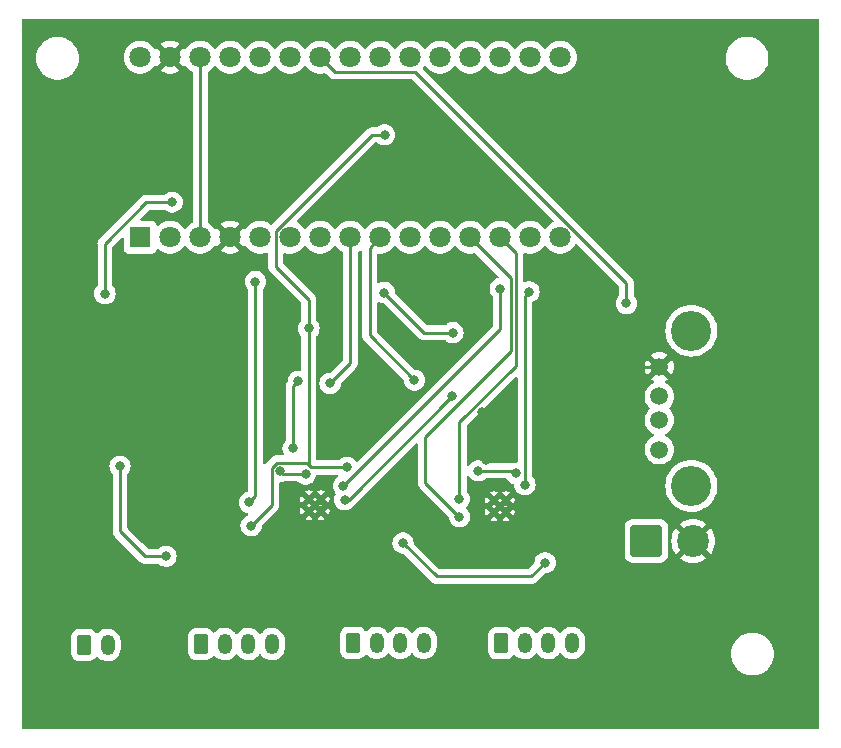
<source format=gbl>
G04 #@! TF.GenerationSoftware,KiCad,Pcbnew,7.0.1*
G04 #@! TF.CreationDate,2023-08-25T11:55:28+10:00*
G04 #@! TF.ProjectId,Firetruck,46697265-7472-4756-936b-2e6b69636164,rev?*
G04 #@! TF.SameCoordinates,Original*
G04 #@! TF.FileFunction,Copper,L2,Bot*
G04 #@! TF.FilePolarity,Positive*
%FSLAX46Y46*%
G04 Gerber Fmt 4.6, Leading zero omitted, Abs format (unit mm)*
G04 Created by KiCad (PCBNEW 7.0.1) date 2023-08-25 11:55:28*
%MOMM*%
%LPD*%
G01*
G04 APERTURE LIST*
G04 Aperture macros list*
%AMRoundRect*
0 Rectangle with rounded corners*
0 $1 Rounding radius*
0 $2 $3 $4 $5 $6 $7 $8 $9 X,Y pos of 4 corners*
0 Add a 4 corners polygon primitive as box body*
4,1,4,$2,$3,$4,$5,$6,$7,$8,$9,$2,$3,0*
0 Add four circle primitives for the rounded corners*
1,1,$1+$1,$2,$3*
1,1,$1+$1,$4,$5*
1,1,$1+$1,$6,$7*
1,1,$1+$1,$8,$9*
0 Add four rect primitives between the rounded corners*
20,1,$1+$1,$2,$3,$4,$5,0*
20,1,$1+$1,$4,$5,$6,$7,0*
20,1,$1+$1,$6,$7,$8,$9,0*
20,1,$1+$1,$8,$9,$2,$3,0*%
G04 Aperture macros list end*
G04 #@! TA.AperFunction,ComponentPad*
%ADD10RoundRect,0.250001X-1.099999X-1.099999X1.099999X-1.099999X1.099999X1.099999X-1.099999X1.099999X0*%
G04 #@! TD*
G04 #@! TA.AperFunction,ComponentPad*
%ADD11C,2.700000*%
G04 #@! TD*
G04 #@! TA.AperFunction,ComponentPad*
%ADD12RoundRect,0.250000X-0.350000X-0.625000X0.350000X-0.625000X0.350000X0.625000X-0.350000X0.625000X0*%
G04 #@! TD*
G04 #@! TA.AperFunction,ComponentPad*
%ADD13O,1.200000X1.750000*%
G04 #@! TD*
G04 #@! TA.AperFunction,ComponentPad*
%ADD14R,1.800000X1.800000*%
G04 #@! TD*
G04 #@! TA.AperFunction,ComponentPad*
%ADD15C,1.800000*%
G04 #@! TD*
G04 #@! TA.AperFunction,ComponentPad*
%ADD16C,3.400000*%
G04 #@! TD*
G04 #@! TA.AperFunction,ComponentPad*
%ADD17C,1.500000*%
G04 #@! TD*
G04 #@! TA.AperFunction,ComponentPad*
%ADD18C,0.500000*%
G04 #@! TD*
G04 #@! TA.AperFunction,HeatsinkPad*
%ADD19C,0.500000*%
G04 #@! TD*
G04 #@! TA.AperFunction,ViaPad*
%ADD20C,0.800000*%
G04 #@! TD*
G04 #@! TA.AperFunction,Conductor*
%ADD21C,0.250000*%
G04 #@! TD*
G04 #@! TA.AperFunction,Conductor*
%ADD22C,0.300000*%
G04 #@! TD*
G04 APERTURE END LIST*
D10*
X172480000Y-96645000D03*
D11*
X176440000Y-96645000D03*
D12*
X124860000Y-105450000D03*
D13*
X126860000Y-105450000D03*
D14*
X129620000Y-70930000D03*
D15*
X132160000Y-70930000D03*
X134700000Y-70930000D03*
X137240000Y-70930000D03*
X139780000Y-70930000D03*
X142320000Y-70930000D03*
X144860000Y-70930000D03*
X147400000Y-70930000D03*
X149940000Y-70930000D03*
X152480000Y-70930000D03*
X155020000Y-70930000D03*
X157560000Y-70930000D03*
X160100000Y-70930000D03*
X162640000Y-70930000D03*
X165180000Y-70930000D03*
X165180000Y-55690000D03*
X162640000Y-55690000D03*
X160100000Y-55690000D03*
X157560000Y-55690000D03*
X155020000Y-55690000D03*
X152480000Y-55690000D03*
X149940000Y-55690000D03*
X147400000Y-55690000D03*
X144860000Y-55690000D03*
X142320000Y-55690000D03*
X139780000Y-55690000D03*
X137240000Y-55690000D03*
X134700000Y-55690000D03*
X132160000Y-55690000D03*
X129620000Y-55690000D03*
D16*
X176290000Y-78840000D03*
X176290000Y-91980000D03*
D17*
X173580000Y-81910000D03*
X173580000Y-84410000D03*
X173580000Y-86410000D03*
X173580000Y-88910000D03*
D18*
X143915000Y-94125000D03*
X144905000Y-94125000D03*
D19*
X143915000Y-93125000D03*
D18*
X144905000Y-93125000D03*
D12*
X134770000Y-105370000D03*
D13*
X136770000Y-105370000D03*
X138770000Y-105370000D03*
X140770000Y-105370000D03*
D12*
X147640000Y-105270000D03*
D13*
X149640000Y-105270000D03*
X151640000Y-105270000D03*
X153640000Y-105270000D03*
D12*
X160180000Y-105290000D03*
D13*
X162180000Y-105290000D03*
X164180000Y-105290000D03*
X166180000Y-105290000D03*
D18*
X159580000Y-94210000D03*
X160570000Y-94210000D03*
X159580000Y-93210000D03*
X160570000Y-93210000D03*
D20*
X137160000Y-87990000D03*
X162540000Y-75540000D03*
X135430000Y-93500000D03*
X135380000Y-80500000D03*
X146420000Y-84870000D03*
X133660000Y-85600000D03*
X158870000Y-89810000D03*
X168250000Y-85540000D03*
X158530000Y-85740000D03*
X150280000Y-75620000D03*
X156090000Y-79000000D03*
X139015759Y-95345759D03*
X147120000Y-90410000D03*
X150310000Y-62260000D03*
X143900000Y-78640000D03*
X163900000Y-98490000D03*
X151870000Y-96810000D03*
X158240000Y-90710000D03*
X161410000Y-90930000D03*
X141480000Y-90750000D03*
X143629500Y-90985205D03*
X138865000Y-93385000D03*
X139370000Y-74690000D03*
X162190000Y-91880000D03*
X142570000Y-88810000D03*
X145695500Y-83300000D03*
X143000000Y-83130000D03*
X132320000Y-67960000D03*
X127910000Y-90310000D03*
X126630000Y-75700000D03*
X131800000Y-97940000D03*
X170780000Y-76530000D03*
X152840000Y-83030000D03*
X146940000Y-93160500D03*
X156050000Y-84390000D03*
X156650000Y-94600000D03*
X156630000Y-93100000D03*
X146820000Y-92000000D03*
X160100000Y-75280000D03*
D21*
X134770000Y-85600000D02*
X133660000Y-85600000D01*
X137160000Y-87990000D02*
X134770000Y-85600000D01*
X162190000Y-75890000D02*
X162540000Y-75540000D01*
X162190000Y-81510000D02*
X162190000Y-75890000D01*
X162190000Y-91880000D02*
X162190000Y-81510000D01*
D22*
X158870000Y-89810000D02*
X158870000Y-86080000D01*
D21*
X146770000Y-85220000D02*
X146420000Y-84870000D01*
D22*
X158870000Y-86080000D02*
X158530000Y-85740000D01*
D21*
X171880000Y-81910000D02*
X173580000Y-81910000D01*
X135380000Y-80500000D02*
X133660000Y-82220000D01*
X133660000Y-82220000D02*
X133660000Y-85600000D01*
X168250000Y-85540000D02*
X171880000Y-81910000D01*
X158870000Y-89655402D02*
X158870000Y-89810000D01*
X153660000Y-79000000D02*
X156090000Y-79000000D01*
X150280000Y-75620000D02*
X153660000Y-79000000D01*
X154710000Y-99650000D02*
X151870000Y-96810000D01*
X139015759Y-95345759D02*
X140755000Y-93606518D01*
X149257588Y-62260000D02*
X141095000Y-70422588D01*
X141095000Y-73439695D02*
X143900000Y-76244695D01*
X161940000Y-99650000D02*
X154710000Y-99650000D01*
X141184695Y-90020000D02*
X143680000Y-90020000D01*
X140755000Y-90449695D02*
X141184695Y-90020000D01*
X143680000Y-90020000D02*
X143900000Y-90240000D01*
X162740000Y-99650000D02*
X163900000Y-98490000D01*
X144070000Y-90410000D02*
X143900000Y-90240000D01*
X143900000Y-90240000D02*
X143900000Y-78640000D01*
X161940000Y-99650000D02*
X162740000Y-99650000D01*
X150310000Y-62260000D02*
X149257588Y-62260000D01*
X143900000Y-76244695D02*
X143900000Y-78640000D01*
X147120000Y-90410000D02*
X144070000Y-90410000D01*
X140755000Y-93606518D02*
X140755000Y-90449695D01*
X141095000Y-70422588D02*
X141095000Y-73439695D01*
X158240000Y-90710000D02*
X161190000Y-90710000D01*
X161190000Y-90710000D02*
X161410000Y-90930000D01*
X141715205Y-90985205D02*
X141480000Y-90750000D01*
X143629500Y-90985205D02*
X141715205Y-90985205D01*
X139370000Y-74690000D02*
X139370000Y-92880000D01*
X139370000Y-92880000D02*
X138865000Y-93385000D01*
X142570000Y-88810000D02*
X142570000Y-83560000D01*
X142570000Y-83560000D02*
X143000000Y-83130000D01*
X147400000Y-81595500D02*
X147400000Y-79210000D01*
X147400000Y-70930000D02*
X147400000Y-79210000D01*
X145695500Y-83300000D02*
X147400000Y-81595500D01*
X127910000Y-95830000D02*
X130020000Y-97940000D01*
X130140000Y-67960000D02*
X132320000Y-67960000D01*
X126630000Y-71470000D02*
X130140000Y-67960000D01*
X127910000Y-95830000D02*
X127910000Y-90310000D01*
X126630000Y-75700000D02*
X126630000Y-71470000D01*
X130020000Y-97940000D02*
X131800000Y-97940000D01*
X152897412Y-56915000D02*
X146085000Y-56915000D01*
X146085000Y-56915000D02*
X144860000Y-55690000D01*
X170780000Y-74797588D02*
X152897412Y-56915000D01*
X170780000Y-76530000D02*
X170780000Y-74797588D01*
X134700000Y-55690000D02*
X134700000Y-70930000D01*
X149040000Y-71830000D02*
X149040000Y-79230000D01*
X156050000Y-84390000D02*
X147279500Y-93160500D01*
X149040000Y-79230000D02*
X152840000Y-83030000D01*
X147279500Y-93160500D02*
X146940000Y-93160500D01*
X149940000Y-70930000D02*
X149040000Y-71830000D01*
X160980000Y-74350000D02*
X157560000Y-70930000D01*
X160980000Y-80600000D02*
X160980000Y-74350000D01*
X153762299Y-91712299D02*
X153762299Y-87817701D01*
X156650000Y-94600000D02*
X153762299Y-91712299D01*
X153762299Y-87817701D02*
X160980000Y-80600000D01*
X156630000Y-93100000D02*
X156630000Y-86614695D01*
X161430000Y-72260000D02*
X160100000Y-70930000D01*
X161430000Y-81814695D02*
X161430000Y-72260000D01*
X156630000Y-86614695D02*
X161430000Y-81814695D01*
X146820000Y-92000000D02*
X160100000Y-78720000D01*
X160100000Y-78720000D02*
X160100000Y-75280000D01*
G04 #@! TA.AperFunction,Conductor*
G36*
X161513385Y-82763830D02*
G01*
X161550985Y-82807853D01*
X161564500Y-82864148D01*
X161564500Y-89905500D01*
X161547887Y-89967500D01*
X161502500Y-90012887D01*
X161440500Y-90029500D01*
X161315352Y-90029500D01*
X161130198Y-90068854D01*
X161119137Y-90073780D01*
X161068702Y-90084500D01*
X158943747Y-90084500D01*
X158893312Y-90073780D01*
X158851598Y-90043473D01*
X158845871Y-90037112D01*
X158692730Y-89925849D01*
X158692729Y-89925848D01*
X158692727Y-89925847D01*
X158519802Y-89848855D01*
X158334648Y-89809500D01*
X158334646Y-89809500D01*
X158145354Y-89809500D01*
X158145352Y-89809500D01*
X157960197Y-89848855D01*
X157787269Y-89925848D01*
X157634129Y-90037110D01*
X157507466Y-90177783D01*
X157486887Y-90213429D01*
X157441500Y-90258816D01*
X157379500Y-90275429D01*
X157317500Y-90258816D01*
X157272113Y-90213429D01*
X157255500Y-90151429D01*
X157255500Y-86925147D01*
X157264939Y-86877694D01*
X157291819Y-86837466D01*
X161352819Y-82776467D01*
X161402182Y-82746217D01*
X161459898Y-82741675D01*
X161513385Y-82763830D01*
G37*
G04 #@! TD.AperFunction*
G04 #@! TA.AperFunction,Conductor*
G36*
X156349018Y-71664349D02*
G01*
X156393808Y-71705582D01*
X156451021Y-71793153D01*
X156608216Y-71963913D01*
X156791374Y-72106470D01*
X156995497Y-72216936D01*
X157082430Y-72246780D01*
X157215015Y-72292297D01*
X157215017Y-72292297D01*
X157215019Y-72292298D01*
X157443951Y-72330500D01*
X157676048Y-72330500D01*
X157676049Y-72330500D01*
X157904981Y-72292298D01*
X157930576Y-72283510D01*
X157998788Y-72279983D01*
X158058521Y-72313111D01*
X159942462Y-74197053D01*
X159974966Y-74254211D01*
X159973675Y-74319952D01*
X159938953Y-74375790D01*
X159880563Y-74406024D01*
X159820196Y-74418855D01*
X159647269Y-74495848D01*
X159494129Y-74607110D01*
X159367466Y-74747783D01*
X159272820Y-74911715D01*
X159214326Y-75091742D01*
X159194540Y-75279999D01*
X159214326Y-75468257D01*
X159272820Y-75648284D01*
X159367464Y-75812213D01*
X159367467Y-75812216D01*
X159442652Y-75895717D01*
X159466264Y-75934249D01*
X159474500Y-75978687D01*
X159474500Y-78409548D01*
X159465061Y-78457001D01*
X159438181Y-78497229D01*
X148041870Y-89893537D01*
X147994054Y-89923273D01*
X147938017Y-89928797D01*
X147885315Y-89908969D01*
X147863378Y-89885556D01*
X147861254Y-89887469D01*
X147725870Y-89737110D01*
X147572730Y-89625848D01*
X147399802Y-89548855D01*
X147214648Y-89509500D01*
X147214646Y-89509500D01*
X147025354Y-89509500D01*
X147025352Y-89509500D01*
X146840197Y-89548855D01*
X146667272Y-89625847D01*
X146565175Y-89700024D01*
X146514129Y-89737112D01*
X146508401Y-89743473D01*
X146466688Y-89773780D01*
X146416253Y-89784500D01*
X144649500Y-89784500D01*
X144587500Y-89767887D01*
X144542113Y-89722500D01*
X144525500Y-89660500D01*
X144525500Y-79338687D01*
X144533736Y-79294249D01*
X144557347Y-79255717D01*
X144632533Y-79172216D01*
X144633428Y-79170667D01*
X144727179Y-79008284D01*
X144740593Y-78967000D01*
X144785674Y-78828256D01*
X144805460Y-78640000D01*
X144785674Y-78451744D01*
X144727179Y-78271716D01*
X144727179Y-78271715D01*
X144632535Y-78107786D01*
X144619427Y-78093229D01*
X144557347Y-78024282D01*
X144533736Y-77985751D01*
X144525500Y-77941313D01*
X144525500Y-76327436D01*
X144527763Y-76306932D01*
X144525561Y-76236840D01*
X144525500Y-76232946D01*
X144525500Y-76205352D01*
X144525500Y-76205345D01*
X144524995Y-76201348D01*
X144524080Y-76189718D01*
X144522709Y-76146068D01*
X144517120Y-76126835D01*
X144513174Y-76107777D01*
X144510664Y-76087901D01*
X144494588Y-76047299D01*
X144490804Y-76036248D01*
X144479629Y-75997786D01*
X144478618Y-75994305D01*
X144468414Y-75977050D01*
X144459861Y-75959590D01*
X144452486Y-75940964D01*
X144452486Y-75940963D01*
X144426808Y-75905620D01*
X144420401Y-75895866D01*
X144415901Y-75888257D01*
X144398170Y-75858275D01*
X144384006Y-75844111D01*
X144371367Y-75829312D01*
X144359595Y-75813108D01*
X144325941Y-75785268D01*
X144317299Y-75777404D01*
X141756819Y-73216923D01*
X141729939Y-73176695D01*
X141720500Y-73129242D01*
X141720500Y-72378594D01*
X141734249Y-72321843D01*
X141772447Y-72277676D01*
X141826623Y-72255889D01*
X141884762Y-72261312D01*
X141921122Y-72273795D01*
X141975018Y-72292298D01*
X142089485Y-72311399D01*
X142203951Y-72330500D01*
X142436048Y-72330500D01*
X142436049Y-72330500D01*
X142664981Y-72292298D01*
X142884503Y-72216936D01*
X143088626Y-72106470D01*
X143271784Y-71963913D01*
X143428979Y-71793153D01*
X143486191Y-71705582D01*
X143530982Y-71664349D01*
X143590000Y-71649404D01*
X143649018Y-71664349D01*
X143693808Y-71705582D01*
X143751021Y-71793153D01*
X143908216Y-71963913D01*
X144091374Y-72106470D01*
X144295497Y-72216936D01*
X144382430Y-72246780D01*
X144515015Y-72292297D01*
X144515017Y-72292297D01*
X144515019Y-72292298D01*
X144743951Y-72330500D01*
X144976048Y-72330500D01*
X144976049Y-72330500D01*
X145204981Y-72292298D01*
X145424503Y-72216936D01*
X145628626Y-72106470D01*
X145811784Y-71963913D01*
X145968979Y-71793153D01*
X146026191Y-71705582D01*
X146070982Y-71664349D01*
X146130000Y-71649404D01*
X146189018Y-71664349D01*
X146233808Y-71705582D01*
X146291021Y-71793153D01*
X146448216Y-71963913D01*
X146631374Y-72106470D01*
X146673355Y-72129189D01*
X146709518Y-72148760D01*
X146757023Y-72194341D01*
X146774500Y-72257814D01*
X146774500Y-81285048D01*
X146765061Y-81332501D01*
X146738181Y-81372729D01*
X145747728Y-82363181D01*
X145707500Y-82390061D01*
X145660047Y-82399500D01*
X145600852Y-82399500D01*
X145415697Y-82438855D01*
X145242769Y-82515848D01*
X145089629Y-82627110D01*
X144962966Y-82767783D01*
X144868320Y-82931715D01*
X144809826Y-83111742D01*
X144791128Y-83289644D01*
X144790040Y-83300000D01*
X144796946Y-83365711D01*
X144809826Y-83488257D01*
X144868320Y-83668284D01*
X144962966Y-83832216D01*
X145089629Y-83972889D01*
X145242769Y-84084151D01*
X145415697Y-84161144D01*
X145600852Y-84200500D01*
X145600854Y-84200500D01*
X145790146Y-84200500D01*
X145790148Y-84200500D01*
X145913583Y-84174262D01*
X145975303Y-84161144D01*
X146148230Y-84084151D01*
X146251580Y-84009063D01*
X146301370Y-83972889D01*
X146428033Y-83832216D01*
X146522679Y-83668284D01*
X146543851Y-83603123D01*
X146581174Y-83488256D01*
X146598822Y-83320341D01*
X146610220Y-83279927D01*
X146634457Y-83245632D01*
X147783789Y-82096300D01*
X147799885Y-82083406D01*
X147801873Y-82081287D01*
X147801877Y-82081286D01*
X147847948Y-82032223D01*
X147850566Y-82029523D01*
X147870120Y-82009971D01*
X147872581Y-82006798D01*
X147880156Y-81997927D01*
X147910062Y-81966082D01*
X147919712Y-81948527D01*
X147930400Y-81932257D01*
X147942671Y-81916438D01*
X147942673Y-81916436D01*
X147960026Y-81876332D01*
X147965157Y-81865862D01*
X147986197Y-81827592D01*
X147991175Y-81808199D01*
X147997481Y-81789782D01*
X147999018Y-81786228D01*
X148005438Y-81771396D01*
X148012272Y-81728245D01*
X148014635Y-81716831D01*
X148025500Y-81674519D01*
X148025500Y-81654484D01*
X148027027Y-81635085D01*
X148030160Y-81615304D01*
X148026050Y-81571825D01*
X148025500Y-81560156D01*
X148025500Y-72257814D01*
X148042977Y-72194341D01*
X148090482Y-72148760D01*
X148126644Y-72129189D01*
X148168626Y-72106470D01*
X148214339Y-72070890D01*
X148277708Y-72045406D01*
X148344960Y-72057343D01*
X148395688Y-72103082D01*
X148414500Y-72168744D01*
X148414500Y-79147256D01*
X148412235Y-79167762D01*
X148414439Y-79237873D01*
X148414500Y-79241768D01*
X148414500Y-79269349D01*
X148415003Y-79273334D01*
X148415918Y-79284967D01*
X148417290Y-79328626D01*
X148422879Y-79347860D01*
X148426825Y-79366916D01*
X148429335Y-79386792D01*
X148445414Y-79427404D01*
X148449197Y-79438451D01*
X148461382Y-79480391D01*
X148471580Y-79497635D01*
X148480136Y-79515100D01*
X148487514Y-79533732D01*
X148487515Y-79533733D01*
X148513180Y-79569059D01*
X148519593Y-79578822D01*
X148541826Y-79616416D01*
X148541829Y-79616419D01*
X148541830Y-79616420D01*
X148555995Y-79630585D01*
X148568627Y-79645375D01*
X148580406Y-79661587D01*
X148614058Y-79689426D01*
X148622699Y-79697289D01*
X151901038Y-82975628D01*
X151925277Y-83009925D01*
X151936678Y-83050347D01*
X151954326Y-83218257D01*
X152012820Y-83398284D01*
X152107466Y-83562216D01*
X152234129Y-83702889D01*
X152387269Y-83814151D01*
X152560197Y-83891144D01*
X152745352Y-83930500D01*
X152745354Y-83930500D01*
X152934646Y-83930500D01*
X152934648Y-83930500D01*
X153058083Y-83904262D01*
X153119803Y-83891144D01*
X153292730Y-83814151D01*
X153336485Y-83782361D01*
X153445870Y-83702889D01*
X153572533Y-83562216D01*
X153667179Y-83398284D01*
X153683742Y-83347309D01*
X153725674Y-83218256D01*
X153745460Y-83030000D01*
X153725674Y-82841744D01*
X153667179Y-82661716D01*
X153667179Y-82661715D01*
X153572533Y-82497783D01*
X153445870Y-82357110D01*
X153292730Y-82245848D01*
X153119802Y-82168855D01*
X152934648Y-82129500D01*
X152934646Y-82129500D01*
X152875452Y-82129500D01*
X152827999Y-82120061D01*
X152787771Y-82093181D01*
X149701819Y-79007228D01*
X149674939Y-78967000D01*
X149665500Y-78919547D01*
X149665500Y-76523070D01*
X149680527Y-76463902D01*
X149721965Y-76419075D01*
X149779771Y-76399452D01*
X149839936Y-76409791D01*
X150000197Y-76481144D01*
X150185352Y-76520500D01*
X150185354Y-76520500D01*
X150244548Y-76520500D01*
X150292001Y-76529939D01*
X150332229Y-76556819D01*
X153159196Y-79383787D01*
X153172096Y-79399888D01*
X153223223Y-79447900D01*
X153226020Y-79450611D01*
X153245529Y-79470120D01*
X153248711Y-79472588D01*
X153257571Y-79480155D01*
X153289418Y-79510062D01*
X153306972Y-79519712D01*
X153323236Y-79530396D01*
X153334972Y-79539499D01*
X153339064Y-79542673D01*
X153353997Y-79549135D01*
X153379152Y-79560021D01*
X153389631Y-79565154D01*
X153427908Y-79586197D01*
X153447306Y-79591177D01*
X153465708Y-79597477D01*
X153484104Y-79605438D01*
X153527261Y-79612273D01*
X153538664Y-79614634D01*
X153580981Y-79625500D01*
X153601016Y-79625500D01*
X153620413Y-79627026D01*
X153640196Y-79630160D01*
X153683674Y-79626050D01*
X153695344Y-79625500D01*
X155386253Y-79625500D01*
X155436688Y-79636220D01*
X155478401Y-79666526D01*
X155484129Y-79672888D01*
X155637270Y-79784151D01*
X155637271Y-79784151D01*
X155637272Y-79784152D01*
X155810197Y-79861144D01*
X155995352Y-79900500D01*
X155995354Y-79900500D01*
X156184646Y-79900500D01*
X156184648Y-79900500D01*
X156308083Y-79874262D01*
X156369803Y-79861144D01*
X156542730Y-79784151D01*
X156667980Y-79693152D01*
X156695870Y-79672889D01*
X156701598Y-79666528D01*
X156822533Y-79532216D01*
X156917179Y-79368284D01*
X156975674Y-79188256D01*
X156995460Y-79000000D01*
X156975674Y-78811744D01*
X156919871Y-78640000D01*
X156917179Y-78631715D01*
X156822533Y-78467783D01*
X156695870Y-78327110D01*
X156542730Y-78215848D01*
X156369802Y-78138855D01*
X156184648Y-78099500D01*
X156184646Y-78099500D01*
X155995354Y-78099500D01*
X155995352Y-78099500D01*
X155810197Y-78138855D01*
X155637272Y-78215847D01*
X155563771Y-78269249D01*
X155484129Y-78327112D01*
X155478401Y-78333473D01*
X155436688Y-78363780D01*
X155386253Y-78374500D01*
X153970452Y-78374500D01*
X153922999Y-78365061D01*
X153882771Y-78338181D01*
X151218960Y-75674369D01*
X151194720Y-75640071D01*
X151183321Y-75599655D01*
X151165674Y-75431744D01*
X151107179Y-75251716D01*
X151107179Y-75251715D01*
X151012533Y-75087783D01*
X150885870Y-74947110D01*
X150732730Y-74835848D01*
X150559802Y-74758855D01*
X150374648Y-74719500D01*
X150374646Y-74719500D01*
X150185354Y-74719500D01*
X150185352Y-74719500D01*
X150000197Y-74758855D01*
X149839936Y-74830209D01*
X149779771Y-74840548D01*
X149721965Y-74820925D01*
X149680527Y-74776098D01*
X149665500Y-74716930D01*
X149665500Y-72450466D01*
X149676998Y-72398320D01*
X149709358Y-72355844D01*
X149756581Y-72330915D01*
X149809908Y-72328157D01*
X149823950Y-72330500D01*
X149823951Y-72330500D01*
X150056048Y-72330500D01*
X150056049Y-72330500D01*
X150284981Y-72292298D01*
X150504503Y-72216936D01*
X150708626Y-72106470D01*
X150891784Y-71963913D01*
X151048979Y-71793153D01*
X151106191Y-71705582D01*
X151150982Y-71664349D01*
X151210000Y-71649404D01*
X151269018Y-71664349D01*
X151313808Y-71705582D01*
X151371021Y-71793153D01*
X151528216Y-71963913D01*
X151711374Y-72106470D01*
X151915497Y-72216936D01*
X152002430Y-72246780D01*
X152135015Y-72292297D01*
X152135017Y-72292297D01*
X152135019Y-72292298D01*
X152363951Y-72330500D01*
X152596048Y-72330500D01*
X152596049Y-72330500D01*
X152824981Y-72292298D01*
X153044503Y-72216936D01*
X153248626Y-72106470D01*
X153431784Y-71963913D01*
X153588979Y-71793153D01*
X153646191Y-71705582D01*
X153690982Y-71664349D01*
X153750000Y-71649404D01*
X153809018Y-71664349D01*
X153853808Y-71705582D01*
X153911021Y-71793153D01*
X154068216Y-71963913D01*
X154251374Y-72106470D01*
X154455497Y-72216936D01*
X154542430Y-72246780D01*
X154675015Y-72292297D01*
X154675017Y-72292297D01*
X154675019Y-72292298D01*
X154903951Y-72330500D01*
X155136048Y-72330500D01*
X155136049Y-72330500D01*
X155364981Y-72292298D01*
X155584503Y-72216936D01*
X155788626Y-72106470D01*
X155971784Y-71963913D01*
X156128979Y-71793153D01*
X156186191Y-71705582D01*
X156230982Y-71664349D01*
X156290000Y-71649404D01*
X156349018Y-71664349D01*
G37*
G04 #@! TD.AperFunction*
G04 #@! TA.AperFunction,Conductor*
G36*
X187058000Y-52456613D02*
G01*
X187103387Y-52502000D01*
X187120000Y-52564000D01*
X187120000Y-112416000D01*
X187103387Y-112478000D01*
X187058000Y-112523387D01*
X186996000Y-112540000D01*
X119694000Y-112540000D01*
X119632000Y-112523387D01*
X119586613Y-112478000D01*
X119570000Y-112416000D01*
X119570000Y-106125008D01*
X123759500Y-106125008D01*
X123770000Y-106227796D01*
X123825186Y-106394334D01*
X123917288Y-106543657D01*
X124041342Y-106667711D01*
X124065152Y-106682397D01*
X124190666Y-106759814D01*
X124302016Y-106796712D01*
X124357202Y-106814999D01*
X124367702Y-106816071D01*
X124459991Y-106825500D01*
X125260008Y-106825499D01*
X125362797Y-106814999D01*
X125529334Y-106759814D01*
X125678656Y-106667712D01*
X125802712Y-106543656D01*
X125841815Y-106480258D01*
X125883867Y-106438841D01*
X125940306Y-106421556D01*
X125998341Y-106432324D01*
X126044821Y-106468701D01*
X126059908Y-106487886D01*
X126143694Y-106560487D01*
X126218745Y-106625520D01*
X126329915Y-106689704D01*
X126400756Y-106730604D01*
X126454639Y-106749253D01*
X126599366Y-106799344D01*
X126634298Y-106804366D01*
X126807398Y-106829254D01*
X127017330Y-106819254D01*
X127221576Y-106769704D01*
X127331849Y-106719344D01*
X127412752Y-106682397D01*
X127457400Y-106650603D01*
X127583952Y-106560486D01*
X127728986Y-106408378D01*
X127825088Y-106258841D01*
X127842612Y-106231574D01*
X127843569Y-106229183D01*
X127917302Y-106045008D01*
X133669500Y-106045008D01*
X133680000Y-106147796D01*
X133735186Y-106314334D01*
X133827288Y-106463657D01*
X133951342Y-106587711D01*
X133975152Y-106602397D01*
X134100666Y-106679814D01*
X134212017Y-106716712D01*
X134267202Y-106734999D01*
X134277703Y-106736071D01*
X134369991Y-106745500D01*
X135170008Y-106745499D01*
X135272797Y-106734999D01*
X135439334Y-106679814D01*
X135588656Y-106587712D01*
X135712712Y-106463656D01*
X135751815Y-106400258D01*
X135793867Y-106358841D01*
X135850306Y-106341556D01*
X135908341Y-106352324D01*
X135954821Y-106388701D01*
X135969908Y-106407886D01*
X136078978Y-106502396D01*
X136128745Y-106545520D01*
X136310754Y-106650603D01*
X136310756Y-106650604D01*
X136364639Y-106669253D01*
X136509366Y-106719344D01*
X136544298Y-106724366D01*
X136717398Y-106749254D01*
X136927330Y-106739254D01*
X137131576Y-106689704D01*
X137251363Y-106634999D01*
X137322752Y-106602397D01*
X137381607Y-106560486D01*
X137493952Y-106480486D01*
X137638986Y-106328378D01*
X137665542Y-106287055D01*
X137707855Y-106246710D01*
X137763955Y-106230237D01*
X137821367Y-106241302D01*
X137867326Y-106277444D01*
X137969908Y-106407886D01*
X138128745Y-106545520D01*
X138310754Y-106650603D01*
X138310756Y-106650604D01*
X138364639Y-106669253D01*
X138509366Y-106719344D01*
X138544298Y-106724366D01*
X138717398Y-106749254D01*
X138927330Y-106739254D01*
X139131576Y-106689704D01*
X139251363Y-106634999D01*
X139322752Y-106602397D01*
X139381607Y-106560486D01*
X139493952Y-106480486D01*
X139638986Y-106328378D01*
X139665542Y-106287055D01*
X139707855Y-106246710D01*
X139763955Y-106230237D01*
X139821367Y-106241302D01*
X139867326Y-106277444D01*
X139969908Y-106407886D01*
X140128745Y-106545520D01*
X140310754Y-106650603D01*
X140310756Y-106650604D01*
X140364639Y-106669253D01*
X140509366Y-106719344D01*
X140544298Y-106724366D01*
X140717398Y-106749254D01*
X140927330Y-106739254D01*
X141131576Y-106689704D01*
X141251363Y-106634999D01*
X141322752Y-106602397D01*
X141381607Y-106560486D01*
X141493952Y-106480486D01*
X141638986Y-106328378D01*
X141752613Y-106151572D01*
X141830725Y-105956457D01*
X141832932Y-105945008D01*
X146539500Y-105945008D01*
X146550000Y-106047796D01*
X146605186Y-106214334D01*
X146697288Y-106363657D01*
X146821342Y-106487711D01*
X146845152Y-106502397D01*
X146970666Y-106579814D01*
X147060862Y-106609702D01*
X147137202Y-106634999D01*
X147147702Y-106636071D01*
X147239991Y-106645500D01*
X148040008Y-106645499D01*
X148142797Y-106634999D01*
X148309334Y-106579814D01*
X148458656Y-106487712D01*
X148582712Y-106363656D01*
X148621815Y-106300258D01*
X148663867Y-106258841D01*
X148720306Y-106241556D01*
X148778341Y-106252324D01*
X148824821Y-106288701D01*
X148839908Y-106307886D01*
X148955879Y-106408376D01*
X148998745Y-106445520D01*
X149171950Y-106545520D01*
X149180756Y-106550604D01*
X149238542Y-106570604D01*
X149379366Y-106619344D01*
X149414298Y-106624366D01*
X149587398Y-106649254D01*
X149797330Y-106639254D01*
X150001576Y-106589704D01*
X150098325Y-106545520D01*
X150192752Y-106502397D01*
X150244538Y-106465520D01*
X150363952Y-106380486D01*
X150508986Y-106228378D01*
X150535542Y-106187055D01*
X150577855Y-106146710D01*
X150633955Y-106130237D01*
X150691367Y-106141302D01*
X150737326Y-106177444D01*
X150839908Y-106307886D01*
X150998745Y-106445520D01*
X151171950Y-106545520D01*
X151180756Y-106550604D01*
X151238542Y-106570604D01*
X151379366Y-106619344D01*
X151414298Y-106624366D01*
X151587398Y-106649254D01*
X151797330Y-106639254D01*
X152001576Y-106589704D01*
X152098325Y-106545520D01*
X152192752Y-106502397D01*
X152244538Y-106465520D01*
X152363952Y-106380486D01*
X152508986Y-106228378D01*
X152535542Y-106187055D01*
X152577855Y-106146710D01*
X152633955Y-106130237D01*
X152691367Y-106141302D01*
X152737326Y-106177444D01*
X152839908Y-106307886D01*
X152998745Y-106445520D01*
X153171950Y-106545520D01*
X153180756Y-106550604D01*
X153238542Y-106570604D01*
X153379366Y-106619344D01*
X153414298Y-106624366D01*
X153587398Y-106649254D01*
X153797330Y-106639254D01*
X154001576Y-106589704D01*
X154098325Y-106545520D01*
X154192752Y-106502397D01*
X154244538Y-106465520D01*
X154363952Y-106380486D01*
X154508986Y-106228378D01*
X154601970Y-106083692D01*
X154622612Y-106051574D01*
X154624124Y-106047797D01*
X154657268Y-105965008D01*
X159079500Y-105965008D01*
X159090000Y-106067796D01*
X159145186Y-106234334D01*
X159237288Y-106383657D01*
X159361342Y-106507711D01*
X159385152Y-106522397D01*
X159510666Y-106599814D01*
X159616847Y-106634999D01*
X159677202Y-106654999D01*
X159687703Y-106656071D01*
X159779991Y-106665500D01*
X160580008Y-106665499D01*
X160682797Y-106654999D01*
X160849334Y-106599814D01*
X160998656Y-106507712D01*
X161122712Y-106383656D01*
X161161815Y-106320258D01*
X161203867Y-106278841D01*
X161260306Y-106261556D01*
X161318341Y-106272324D01*
X161364821Y-106308701D01*
X161379908Y-106327886D01*
X161500435Y-106432324D01*
X161538745Y-106465520D01*
X161677309Y-106545520D01*
X161720756Y-106570604D01*
X161775936Y-106589702D01*
X161919366Y-106639344D01*
X161954298Y-106644366D01*
X162127398Y-106669254D01*
X162337330Y-106659254D01*
X162541576Y-106609704D01*
X162649348Y-106560486D01*
X162732752Y-106522397D01*
X162767360Y-106497752D01*
X162903952Y-106400486D01*
X163048986Y-106248378D01*
X163075542Y-106207055D01*
X163117855Y-106166710D01*
X163173955Y-106150237D01*
X163231367Y-106161302D01*
X163277326Y-106197444D01*
X163379908Y-106327886D01*
X163538745Y-106465520D01*
X163677309Y-106545520D01*
X163720756Y-106570604D01*
X163775936Y-106589702D01*
X163919366Y-106639344D01*
X163954298Y-106644366D01*
X164127398Y-106669254D01*
X164337330Y-106659254D01*
X164541576Y-106609704D01*
X164649348Y-106560486D01*
X164732752Y-106522397D01*
X164767360Y-106497752D01*
X164903952Y-106400486D01*
X165048986Y-106248378D01*
X165075542Y-106207055D01*
X165117855Y-106166710D01*
X165173955Y-106150237D01*
X165231367Y-106161302D01*
X165277326Y-106197444D01*
X165379908Y-106327886D01*
X165538745Y-106465520D01*
X165677309Y-106545520D01*
X165720756Y-106570604D01*
X165775936Y-106589702D01*
X165919366Y-106639344D01*
X165954298Y-106644366D01*
X166127398Y-106669254D01*
X166337330Y-106659254D01*
X166541576Y-106609704D01*
X166649348Y-106560486D01*
X166732752Y-106522397D01*
X166767360Y-106497752D01*
X166903952Y-106400486D01*
X167048986Y-106248378D01*
X167073650Y-106210000D01*
X179634422Y-106210000D01*
X179654700Y-106480595D01*
X179687779Y-106625520D01*
X179715084Y-106745151D01*
X179814222Y-106997749D01*
X179949900Y-107232751D01*
X180115792Y-107440773D01*
X180119088Y-107444906D01*
X180318003Y-107629473D01*
X180318006Y-107629475D01*
X180542212Y-107782336D01*
X180786695Y-107900073D01*
X181045996Y-107980057D01*
X181314322Y-108020500D01*
X181585678Y-108020500D01*
X181854004Y-107980057D01*
X182113305Y-107900073D01*
X182357789Y-107782336D01*
X182581994Y-107629475D01*
X182780912Y-107444906D01*
X182950100Y-107232751D01*
X183085778Y-106997749D01*
X183184916Y-106745151D01*
X183245299Y-106480598D01*
X183265577Y-106210000D01*
X183245299Y-105939402D01*
X183184916Y-105674849D01*
X183085778Y-105422251D01*
X182950100Y-105187249D01*
X182780912Y-104975094D01*
X182684657Y-104885782D01*
X182581996Y-104790526D01*
X182408448Y-104672203D01*
X182357789Y-104637664D01*
X182357786Y-104637663D01*
X182357784Y-104637661D01*
X182113307Y-104519927D01*
X181854003Y-104439942D01*
X181585678Y-104399500D01*
X181314322Y-104399500D01*
X181045996Y-104439942D01*
X180802136Y-104515164D01*
X180786695Y-104519927D01*
X180542212Y-104637664D01*
X180534493Y-104642927D01*
X180318003Y-104790526D01*
X180119088Y-104975093D01*
X179949899Y-105187250D01*
X179814222Y-105422250D01*
X179715084Y-105674848D01*
X179654700Y-105939404D01*
X179634422Y-106210000D01*
X167073650Y-106210000D01*
X167162613Y-106071572D01*
X167240725Y-105876457D01*
X167270556Y-105721678D01*
X167280500Y-105670086D01*
X167280500Y-104962580D01*
X167280500Y-104962575D01*
X167265528Y-104805782D01*
X167206316Y-104604125D01*
X167110011Y-104417318D01*
X167106843Y-104413290D01*
X166980093Y-104252115D01*
X166967967Y-104241608D01*
X166873224Y-104159512D01*
X166821254Y-104114479D01*
X166639245Y-104009396D01*
X166440633Y-103940655D01*
X166232603Y-103910746D01*
X166232602Y-103910746D01*
X166153794Y-103914500D01*
X166022669Y-103920746D01*
X165818419Y-103970297D01*
X165627247Y-104057602D01*
X165456050Y-104179512D01*
X165311011Y-104331625D01*
X165284457Y-104372943D01*
X165242142Y-104413290D01*
X165186042Y-104429762D01*
X165128632Y-104418696D01*
X165082673Y-104382554D01*
X164999145Y-104276342D01*
X164980092Y-104252114D01*
X164821256Y-104114481D01*
X164821254Y-104114479D01*
X164639245Y-104009396D01*
X164440633Y-103940655D01*
X164232603Y-103910746D01*
X164232602Y-103910746D01*
X164153794Y-103914500D01*
X164022669Y-103920746D01*
X163818419Y-103970297D01*
X163627247Y-104057602D01*
X163456050Y-104179512D01*
X163311011Y-104331625D01*
X163284457Y-104372943D01*
X163242142Y-104413290D01*
X163186042Y-104429762D01*
X163128632Y-104418696D01*
X163082673Y-104382554D01*
X162999145Y-104276342D01*
X162980092Y-104252114D01*
X162821256Y-104114481D01*
X162821254Y-104114479D01*
X162639245Y-104009396D01*
X162440633Y-103940655D01*
X162232603Y-103910746D01*
X162232602Y-103910746D01*
X162153794Y-103914500D01*
X162022669Y-103920746D01*
X161818419Y-103970297D01*
X161627247Y-104057602D01*
X161456049Y-104179512D01*
X161358249Y-104282082D01*
X161311301Y-104312893D01*
X161255576Y-104319836D01*
X161202503Y-104301487D01*
X161162967Y-104261608D01*
X161122711Y-104196342D01*
X160998657Y-104072288D01*
X160849334Y-103980186D01*
X160682797Y-103925000D01*
X160580009Y-103914500D01*
X159779991Y-103914500D01*
X159677203Y-103925000D01*
X159510665Y-103980186D01*
X159361342Y-104072288D01*
X159237288Y-104196342D01*
X159145186Y-104345665D01*
X159090000Y-104512202D01*
X159079500Y-104614990D01*
X159079500Y-105965008D01*
X154657268Y-105965008D01*
X154700725Y-105856457D01*
X154740500Y-105650085D01*
X154740500Y-104942575D01*
X154725528Y-104785782D01*
X154666316Y-104584125D01*
X154570011Y-104397318D01*
X154566843Y-104393290D01*
X154440093Y-104232115D01*
X154281254Y-104094479D01*
X154099245Y-103989396D01*
X153900633Y-103920655D01*
X153692603Y-103890746D01*
X153692602Y-103890746D01*
X153613794Y-103894500D01*
X153482669Y-103900746D01*
X153278419Y-103950297D01*
X153087247Y-104037602D01*
X152916050Y-104159512D01*
X152771011Y-104311625D01*
X152744457Y-104352943D01*
X152702142Y-104393290D01*
X152646042Y-104409762D01*
X152588632Y-104398696D01*
X152542673Y-104362554D01*
X152463659Y-104262082D01*
X152440092Y-104232114D01*
X152304335Y-104114479D01*
X152281254Y-104094479D01*
X152099245Y-103989396D01*
X151900633Y-103920655D01*
X151692603Y-103890746D01*
X151692602Y-103890746D01*
X151613794Y-103894500D01*
X151482669Y-103900746D01*
X151278419Y-103950297D01*
X151087247Y-104037602D01*
X150916050Y-104159512D01*
X150771011Y-104311625D01*
X150744457Y-104352943D01*
X150702142Y-104393290D01*
X150646042Y-104409762D01*
X150588632Y-104398696D01*
X150542673Y-104362554D01*
X150463659Y-104262082D01*
X150440092Y-104232114D01*
X150304335Y-104114479D01*
X150281254Y-104094479D01*
X150099245Y-103989396D01*
X149900633Y-103920655D01*
X149692603Y-103890746D01*
X149692602Y-103890746D01*
X149613794Y-103894500D01*
X149482669Y-103900746D01*
X149278419Y-103950297D01*
X149087247Y-104037602D01*
X148916049Y-104159512D01*
X148818249Y-104262082D01*
X148771301Y-104292893D01*
X148715576Y-104299836D01*
X148662503Y-104281487D01*
X148622967Y-104241608D01*
X148582711Y-104176342D01*
X148458657Y-104052288D01*
X148309334Y-103960186D01*
X148142797Y-103905000D01*
X148040009Y-103894500D01*
X147239991Y-103894500D01*
X147137203Y-103905000D01*
X146970665Y-103960186D01*
X146821342Y-104052288D01*
X146697288Y-104176342D01*
X146605186Y-104325665D01*
X146550000Y-104492202D01*
X146539500Y-104594990D01*
X146539500Y-105945008D01*
X141832932Y-105945008D01*
X141870500Y-105750085D01*
X141870500Y-105042575D01*
X141855528Y-104885782D01*
X141796316Y-104684125D01*
X141700011Y-104497318D01*
X141696843Y-104493290D01*
X141570093Y-104332115D01*
X141562649Y-104325665D01*
X141465643Y-104241608D01*
X141411254Y-104194479D01*
X141229245Y-104089396D01*
X141030633Y-104020655D01*
X140822603Y-103990746D01*
X140822602Y-103990746D01*
X140743794Y-103994500D01*
X140612669Y-104000746D01*
X140408419Y-104050297D01*
X140217247Y-104137602D01*
X140046050Y-104259512D01*
X140046048Y-104259513D01*
X140046048Y-104259514D01*
X139995151Y-104312893D01*
X139901011Y-104411625D01*
X139874457Y-104452943D01*
X139832142Y-104493290D01*
X139776042Y-104509762D01*
X139718632Y-104498696D01*
X139672673Y-104462554D01*
X139608645Y-104381138D01*
X139570092Y-104332114D01*
X139411256Y-104194481D01*
X139411254Y-104194479D01*
X139229245Y-104089396D01*
X139030633Y-104020655D01*
X138822603Y-103990746D01*
X138822602Y-103990746D01*
X138743794Y-103994500D01*
X138612669Y-104000746D01*
X138408419Y-104050297D01*
X138217247Y-104137602D01*
X138046050Y-104259512D01*
X138046048Y-104259513D01*
X138046048Y-104259514D01*
X137995151Y-104312893D01*
X137901011Y-104411625D01*
X137874457Y-104452943D01*
X137832142Y-104493290D01*
X137776042Y-104509762D01*
X137718632Y-104498696D01*
X137672673Y-104462554D01*
X137608645Y-104381138D01*
X137570092Y-104332114D01*
X137411256Y-104194481D01*
X137411254Y-104194479D01*
X137229245Y-104089396D01*
X137030633Y-104020655D01*
X136822603Y-103990746D01*
X136822602Y-103990746D01*
X136743794Y-103994500D01*
X136612669Y-104000746D01*
X136408419Y-104050297D01*
X136217247Y-104137602D01*
X136046049Y-104259512D01*
X135948249Y-104362082D01*
X135901301Y-104392893D01*
X135845576Y-104399836D01*
X135792503Y-104381487D01*
X135752967Y-104341608D01*
X135712711Y-104276342D01*
X135588657Y-104152288D01*
X135439334Y-104060186D01*
X135272797Y-104005000D01*
X135170009Y-103994500D01*
X134369991Y-103994500D01*
X134267203Y-104005000D01*
X134100665Y-104060186D01*
X133951342Y-104152288D01*
X133827288Y-104276342D01*
X133735186Y-104425665D01*
X133680000Y-104592202D01*
X133669500Y-104694990D01*
X133669500Y-106045008D01*
X127917302Y-106045008D01*
X127920725Y-106036457D01*
X127960500Y-105830085D01*
X127960500Y-105122575D01*
X127945528Y-104965782D01*
X127886316Y-104764125D01*
X127790011Y-104577318D01*
X127728181Y-104498696D01*
X127660093Y-104412115D01*
X127645922Y-104399836D01*
X127544119Y-104311622D01*
X127501254Y-104274479D01*
X127319245Y-104169396D01*
X127120633Y-104100655D01*
X126912603Y-104070746D01*
X126912602Y-104070746D01*
X126833794Y-104074500D01*
X126702669Y-104080746D01*
X126498419Y-104130297D01*
X126307247Y-104217602D01*
X126136049Y-104339512D01*
X126038249Y-104442082D01*
X125991301Y-104472893D01*
X125935576Y-104479836D01*
X125882503Y-104461487D01*
X125842967Y-104421608D01*
X125802711Y-104356342D01*
X125678657Y-104232288D01*
X125529334Y-104140186D01*
X125362797Y-104085000D01*
X125260009Y-104074500D01*
X124459991Y-104074500D01*
X124357203Y-104085000D01*
X124190665Y-104140186D01*
X124041342Y-104232288D01*
X123917288Y-104356342D01*
X123825186Y-104505665D01*
X123770000Y-104672202D01*
X123759500Y-104774990D01*
X123759500Y-106125008D01*
X119570000Y-106125008D01*
X119570000Y-90309999D01*
X127004540Y-90309999D01*
X127024326Y-90498257D01*
X127082820Y-90678284D01*
X127177464Y-90842213D01*
X127177467Y-90842216D01*
X127252652Y-90925717D01*
X127276264Y-90964249D01*
X127284500Y-91008687D01*
X127284500Y-95747256D01*
X127282235Y-95767762D01*
X127284439Y-95837873D01*
X127284500Y-95841768D01*
X127284500Y-95869349D01*
X127285003Y-95873334D01*
X127285918Y-95884967D01*
X127287290Y-95928626D01*
X127292879Y-95947860D01*
X127296825Y-95966916D01*
X127299335Y-95986792D01*
X127315414Y-96027404D01*
X127319197Y-96038451D01*
X127331382Y-96080391D01*
X127341580Y-96097635D01*
X127350136Y-96115100D01*
X127357514Y-96133732D01*
X127357515Y-96133733D01*
X127383180Y-96169059D01*
X127389593Y-96178822D01*
X127411826Y-96216416D01*
X127411829Y-96216419D01*
X127411830Y-96216420D01*
X127425995Y-96230585D01*
X127438627Y-96245375D01*
X127450406Y-96261587D01*
X127484058Y-96289426D01*
X127492699Y-96297289D01*
X129519197Y-98323787D01*
X129532098Y-98339889D01*
X129534212Y-98341874D01*
X129534214Y-98341877D01*
X129581561Y-98386339D01*
X129583240Y-98387916D01*
X129586036Y-98390626D01*
X129605530Y-98410120D01*
X129608704Y-98412582D01*
X129617568Y-98420153D01*
X129649418Y-98450062D01*
X129659914Y-98455832D01*
X129666974Y-98459714D01*
X129683231Y-98470392D01*
X129699064Y-98482674D01*
X129715185Y-98489649D01*
X129739156Y-98500023D01*
X129749643Y-98505160D01*
X129787908Y-98526197D01*
X129807316Y-98531180D01*
X129825710Y-98537478D01*
X129844105Y-98545438D01*
X129887254Y-98552271D01*
X129898680Y-98554638D01*
X129914222Y-98558629D01*
X129940980Y-98565500D01*
X129940981Y-98565500D01*
X129961016Y-98565500D01*
X129980413Y-98567026D01*
X130000196Y-98570160D01*
X130043674Y-98566050D01*
X130055344Y-98565500D01*
X131096253Y-98565500D01*
X131146688Y-98576220D01*
X131188401Y-98606526D01*
X131194129Y-98612888D01*
X131347270Y-98724151D01*
X131347271Y-98724151D01*
X131347272Y-98724152D01*
X131520197Y-98801144D01*
X131705352Y-98840500D01*
X131705354Y-98840500D01*
X131894646Y-98840500D01*
X131894648Y-98840500D01*
X132018084Y-98814262D01*
X132079803Y-98801144D01*
X132252730Y-98724151D01*
X132405871Y-98612888D01*
X132532533Y-98472216D01*
X132627179Y-98308284D01*
X132685674Y-98128256D01*
X132705460Y-97940000D01*
X132685674Y-97751744D01*
X132634469Y-97594151D01*
X132627179Y-97571715D01*
X132532533Y-97407783D01*
X132405870Y-97267110D01*
X132252730Y-97155848D01*
X132079802Y-97078855D01*
X131894648Y-97039500D01*
X131894646Y-97039500D01*
X131705354Y-97039500D01*
X131705352Y-97039500D01*
X131520197Y-97078855D01*
X131347272Y-97155847D01*
X131245176Y-97230024D01*
X131194129Y-97267112D01*
X131188401Y-97273473D01*
X131146688Y-97303780D01*
X131096253Y-97314500D01*
X130330452Y-97314500D01*
X130282999Y-97305061D01*
X130242771Y-97278181D01*
X129774590Y-96810000D01*
X150964540Y-96810000D01*
X150970254Y-96864369D01*
X150984326Y-96998257D01*
X151042820Y-97178284D01*
X151137466Y-97342216D01*
X151264129Y-97482889D01*
X151417269Y-97594151D01*
X151590197Y-97671144D01*
X151775352Y-97710500D01*
X151775354Y-97710500D01*
X151834548Y-97710500D01*
X151882001Y-97719939D01*
X151922229Y-97746819D01*
X154209197Y-100033787D01*
X154222098Y-100049889D01*
X154224212Y-100051874D01*
X154224214Y-100051877D01*
X154271561Y-100096339D01*
X154273240Y-100097916D01*
X154276035Y-100100625D01*
X154295530Y-100120120D01*
X154298704Y-100122582D01*
X154307568Y-100130153D01*
X154339418Y-100160062D01*
X154349914Y-100165832D01*
X154356974Y-100169714D01*
X154373231Y-100180392D01*
X154389064Y-100192674D01*
X154405185Y-100199649D01*
X154429156Y-100210023D01*
X154439643Y-100215160D01*
X154477908Y-100236197D01*
X154497316Y-100241180D01*
X154515710Y-100247478D01*
X154534105Y-100255438D01*
X154577254Y-100262271D01*
X154588680Y-100264638D01*
X154604222Y-100268629D01*
X154630980Y-100275500D01*
X154630981Y-100275500D01*
X154651016Y-100275500D01*
X154670413Y-100277026D01*
X154690196Y-100280160D01*
X154733674Y-100276050D01*
X154745344Y-100275500D01*
X161860981Y-100275500D01*
X161979350Y-100275500D01*
X162657256Y-100275500D01*
X162677762Y-100277764D01*
X162680665Y-100277672D01*
X162680667Y-100277673D01*
X162747872Y-100275561D01*
X162751768Y-100275500D01*
X162779349Y-100275500D01*
X162779350Y-100275500D01*
X162783319Y-100274998D01*
X162794965Y-100274080D01*
X162838627Y-100272709D01*
X162857859Y-100267120D01*
X162876918Y-100263174D01*
X162884091Y-100262268D01*
X162896792Y-100260664D01*
X162937407Y-100244582D01*
X162948444Y-100240803D01*
X162990390Y-100228618D01*
X163007629Y-100218422D01*
X163025102Y-100209862D01*
X163043732Y-100202486D01*
X163079064Y-100176814D01*
X163088830Y-100170400D01*
X163126418Y-100148171D01*
X163126417Y-100148171D01*
X163126420Y-100148170D01*
X163140585Y-100134004D01*
X163155373Y-100121373D01*
X163171587Y-100109594D01*
X163199438Y-100075926D01*
X163207279Y-100067309D01*
X163847770Y-99426819D01*
X163887999Y-99399939D01*
X163935452Y-99390500D01*
X163994648Y-99390500D01*
X164118084Y-99364262D01*
X164179803Y-99351144D01*
X164352730Y-99274151D01*
X164505871Y-99162888D01*
X164632533Y-99022216D01*
X164727179Y-98858284D01*
X164785674Y-98678256D01*
X164805460Y-98490000D01*
X164785674Y-98301744D01*
X164754336Y-98205296D01*
X164727179Y-98121715D01*
X164632533Y-97957783D01*
X164505870Y-97817110D01*
X164475449Y-97795008D01*
X170629500Y-97795008D01*
X170640000Y-97897797D01*
X170695186Y-98064336D01*
X170787288Y-98213655D01*
X170911344Y-98337711D01*
X171060663Y-98429813D01*
X171227202Y-98484999D01*
X171329992Y-98495500D01*
X173630008Y-98495500D01*
X173732797Y-98484999D01*
X173794921Y-98464413D01*
X173899334Y-98429814D01*
X173907791Y-98424598D01*
X174048655Y-98337711D01*
X174172711Y-98213655D01*
X174231738Y-98117959D01*
X175320592Y-98117959D01*
X175320593Y-98117960D01*
X175437259Y-98205296D01*
X175669512Y-98332114D01*
X175917467Y-98424598D01*
X176176043Y-98480847D01*
X176440000Y-98499726D01*
X176703956Y-98480847D01*
X176962532Y-98424598D01*
X177210487Y-98332114D01*
X177442736Y-98205298D01*
X177559406Y-98117959D01*
X176440001Y-96998553D01*
X176440000Y-96998553D01*
X175320592Y-98117959D01*
X174231738Y-98117959D01*
X174264813Y-98064336D01*
X174300122Y-97957783D01*
X174319999Y-97897797D01*
X174330500Y-97795008D01*
X174330500Y-96645000D01*
X174585273Y-96645000D01*
X174604152Y-96908956D01*
X174660401Y-97167532D01*
X174752885Y-97415487D01*
X174879703Y-97647740D01*
X174967038Y-97764405D01*
X174967039Y-97764406D01*
X176086446Y-96645001D01*
X176793553Y-96645001D01*
X177912959Y-97764406D01*
X178000298Y-97647736D01*
X178127114Y-97415487D01*
X178219598Y-97167532D01*
X178275847Y-96908956D01*
X178294726Y-96645000D01*
X178275847Y-96381043D01*
X178219598Y-96122467D01*
X178127114Y-95874512D01*
X178000296Y-95642259D01*
X177912960Y-95525593D01*
X177912959Y-95525592D01*
X176793553Y-96645000D01*
X176793553Y-96645001D01*
X176086446Y-96645001D01*
X176086446Y-96645000D01*
X174967039Y-95525593D01*
X174879703Y-95642262D01*
X174752883Y-95874516D01*
X174660401Y-96122467D01*
X174604152Y-96381043D01*
X174585273Y-96645000D01*
X174330500Y-96645000D01*
X174330500Y-95494992D01*
X174319999Y-95392203D01*
X174297957Y-95325686D01*
X174264813Y-95225663D01*
X174231737Y-95172039D01*
X175320593Y-95172039D01*
X176440000Y-96291446D01*
X176440001Y-96291446D01*
X177559406Y-95172039D01*
X177559405Y-95172038D01*
X177442740Y-95084703D01*
X177210487Y-94957885D01*
X176962532Y-94865401D01*
X176703956Y-94809152D01*
X176440000Y-94790273D01*
X176176043Y-94809152D01*
X175917467Y-94865401D01*
X175669516Y-94957883D01*
X175437262Y-95084703D01*
X175320593Y-95172039D01*
X174231737Y-95172039D01*
X174172711Y-95076344D01*
X174048655Y-94952288D01*
X173899336Y-94860186D01*
X173732797Y-94805000D01*
X173630008Y-94794500D01*
X171329992Y-94794500D01*
X171227202Y-94805000D01*
X171060663Y-94860186D01*
X170911344Y-94952288D01*
X170787288Y-95076344D01*
X170695186Y-95225663D01*
X170640000Y-95392202D01*
X170629500Y-95494992D01*
X170629500Y-97795008D01*
X164475449Y-97795008D01*
X164352730Y-97705848D01*
X164179802Y-97628855D01*
X163994648Y-97589500D01*
X163994646Y-97589500D01*
X163805354Y-97589500D01*
X163805352Y-97589500D01*
X163620197Y-97628855D01*
X163447269Y-97705848D01*
X163294129Y-97817110D01*
X163167466Y-97957783D01*
X163072820Y-98121715D01*
X163014326Y-98301742D01*
X162996679Y-98469650D01*
X162985279Y-98510071D01*
X162961039Y-98544369D01*
X162517228Y-98988181D01*
X162477000Y-99015061D01*
X162429547Y-99024500D01*
X162019019Y-99024500D01*
X155020453Y-99024500D01*
X154973000Y-99015061D01*
X154932772Y-98988181D01*
X152808960Y-96864369D01*
X152784720Y-96830071D01*
X152773321Y-96789655D01*
X152755674Y-96621744D01*
X152697179Y-96441716D01*
X152697179Y-96441715D01*
X152602533Y-96277783D01*
X152475870Y-96137110D01*
X152322730Y-96025848D01*
X152149802Y-95948855D01*
X151964648Y-95909500D01*
X151964646Y-95909500D01*
X151775354Y-95909500D01*
X151775352Y-95909500D01*
X151590197Y-95948855D01*
X151417269Y-96025848D01*
X151264129Y-96137110D01*
X151137466Y-96277783D01*
X151042820Y-96441715D01*
X150984326Y-96621742D01*
X150966679Y-96789649D01*
X150964540Y-96810000D01*
X129774590Y-96810000D01*
X128571819Y-95607228D01*
X128544939Y-95567000D01*
X128535500Y-95519547D01*
X128535500Y-91008687D01*
X128543736Y-90964249D01*
X128567347Y-90925717D01*
X128642533Y-90842216D01*
X128737179Y-90678284D01*
X128795674Y-90498256D01*
X128815460Y-90310000D01*
X128795674Y-90121744D01*
X128742656Y-89958573D01*
X128737179Y-89941715D01*
X128642533Y-89777783D01*
X128515870Y-89637110D01*
X128362730Y-89525848D01*
X128189802Y-89448855D01*
X128004648Y-89409500D01*
X128004646Y-89409500D01*
X127815354Y-89409500D01*
X127815352Y-89409500D01*
X127630197Y-89448855D01*
X127457269Y-89525848D01*
X127304129Y-89637110D01*
X127177466Y-89777783D01*
X127082820Y-89941715D01*
X127024326Y-90121742D01*
X127004540Y-90309999D01*
X119570000Y-90309999D01*
X119570000Y-75700000D01*
X125724540Y-75700000D01*
X125744326Y-75888257D01*
X125802820Y-76068284D01*
X125897466Y-76232216D01*
X126024129Y-76372889D01*
X126177269Y-76484151D01*
X126350197Y-76561144D01*
X126535352Y-76600500D01*
X126535354Y-76600500D01*
X126724646Y-76600500D01*
X126724648Y-76600500D01*
X126848083Y-76574262D01*
X126909803Y-76561144D01*
X127082730Y-76484151D01*
X127105694Y-76467467D01*
X127235870Y-76372889D01*
X127307904Y-76292888D01*
X127362533Y-76232216D01*
X127457179Y-76068284D01*
X127515674Y-75888256D01*
X127535460Y-75700000D01*
X127515674Y-75511744D01*
X127463686Y-75351742D01*
X127457179Y-75331715D01*
X127362535Y-75167786D01*
X127349427Y-75153229D01*
X127287347Y-75084282D01*
X127263736Y-75045751D01*
X127255500Y-75001313D01*
X127255500Y-71780452D01*
X127264939Y-71732999D01*
X127291819Y-71692771D01*
X127463427Y-71521163D01*
X128007822Y-70976767D01*
X128057182Y-70946519D01*
X128114898Y-70941977D01*
X128168385Y-70964132D01*
X128205985Y-71008155D01*
X128219500Y-71064450D01*
X128219500Y-71877869D01*
X128225909Y-71937484D01*
X128232383Y-71954842D01*
X128276204Y-72072331D01*
X128362454Y-72187546D01*
X128477669Y-72273796D01*
X128612517Y-72324091D01*
X128672127Y-72330500D01*
X130567872Y-72330499D01*
X130627483Y-72324091D01*
X130762331Y-72273796D01*
X130877546Y-72187546D01*
X130963796Y-72072331D01*
X130992455Y-71995490D01*
X131028405Y-71944279D01*
X131084787Y-71917140D01*
X131147242Y-71920988D01*
X131199864Y-71954841D01*
X131208216Y-71963913D01*
X131391374Y-72106470D01*
X131595497Y-72216936D01*
X131682430Y-72246780D01*
X131815015Y-72292297D01*
X131815017Y-72292297D01*
X131815019Y-72292298D01*
X132043951Y-72330500D01*
X132276048Y-72330500D01*
X132276049Y-72330500D01*
X132504981Y-72292298D01*
X132724503Y-72216936D01*
X132928626Y-72106470D01*
X133111784Y-71963913D01*
X133268979Y-71793153D01*
X133326191Y-71705582D01*
X133370982Y-71664349D01*
X133430000Y-71649404D01*
X133489018Y-71664349D01*
X133533808Y-71705582D01*
X133591021Y-71793153D01*
X133748216Y-71963913D01*
X133931374Y-72106470D01*
X134135497Y-72216936D01*
X134222430Y-72246780D01*
X134355015Y-72292297D01*
X134355017Y-72292297D01*
X134355019Y-72292298D01*
X134583951Y-72330500D01*
X134816048Y-72330500D01*
X134816049Y-72330500D01*
X135044981Y-72292298D01*
X135264503Y-72216936D01*
X135468626Y-72106470D01*
X135499614Y-72082351D01*
X136441199Y-72082351D01*
X136471650Y-72106051D01*
X136675700Y-72216477D01*
X136895140Y-72291811D01*
X137123993Y-72330000D01*
X137356007Y-72330000D01*
X137584859Y-72291811D01*
X137804296Y-72216478D01*
X138008353Y-72106048D01*
X138038798Y-72082351D01*
X137240000Y-71283553D01*
X136441199Y-72082351D01*
X135499614Y-72082351D01*
X135651784Y-71963913D01*
X135808979Y-71793153D01*
X135866491Y-71705124D01*
X135911280Y-71663892D01*
X135970298Y-71648947D01*
X136029316Y-71663892D01*
X136074107Y-71705126D01*
X136088812Y-71727633D01*
X136886447Y-70930001D01*
X136886447Y-70930000D01*
X136088812Y-70132365D01*
X136074107Y-70154873D01*
X136029316Y-70196107D01*
X135970298Y-70211052D01*
X135911281Y-70196107D01*
X135866489Y-70154873D01*
X135851783Y-70132364D01*
X135808979Y-70066847D01*
X135651784Y-69896087D01*
X135499612Y-69777647D01*
X136441200Y-69777647D01*
X137240000Y-70576447D01*
X137240001Y-70576447D01*
X138038799Y-69777648D01*
X138038799Y-69777647D01*
X138008349Y-69753948D01*
X137804299Y-69643522D01*
X137584859Y-69568188D01*
X137356007Y-69530000D01*
X137123993Y-69530000D01*
X136895140Y-69568188D01*
X136675703Y-69643521D01*
X136471645Y-69753952D01*
X136441200Y-69777646D01*
X136441200Y-69777647D01*
X135499612Y-69777647D01*
X135468626Y-69753530D01*
X135450284Y-69743604D01*
X135390482Y-69711240D01*
X135342977Y-69665659D01*
X135325500Y-69602186D01*
X135325500Y-57017814D01*
X135342977Y-56954341D01*
X135390482Y-56908760D01*
X135415144Y-56895412D01*
X135468626Y-56866470D01*
X135651784Y-56723913D01*
X135808979Y-56553153D01*
X135866191Y-56465582D01*
X135910982Y-56424349D01*
X135970000Y-56409404D01*
X136029018Y-56424349D01*
X136073808Y-56465582D01*
X136131021Y-56553153D01*
X136288216Y-56723913D01*
X136471374Y-56866470D01*
X136675497Y-56976936D01*
X136744932Y-57000773D01*
X136895015Y-57052297D01*
X136895017Y-57052297D01*
X136895019Y-57052298D01*
X137123951Y-57090500D01*
X137356048Y-57090500D01*
X137356049Y-57090500D01*
X137584981Y-57052298D01*
X137804503Y-56976936D01*
X138008626Y-56866470D01*
X138191784Y-56723913D01*
X138348979Y-56553153D01*
X138406191Y-56465582D01*
X138450982Y-56424349D01*
X138510000Y-56409404D01*
X138569018Y-56424349D01*
X138613808Y-56465582D01*
X138671021Y-56553153D01*
X138828216Y-56723913D01*
X139011374Y-56866470D01*
X139215497Y-56976936D01*
X139284932Y-57000773D01*
X139435015Y-57052297D01*
X139435017Y-57052297D01*
X139435019Y-57052298D01*
X139663951Y-57090500D01*
X139896048Y-57090500D01*
X139896049Y-57090500D01*
X140124981Y-57052298D01*
X140344503Y-56976936D01*
X140548626Y-56866470D01*
X140731784Y-56723913D01*
X140888979Y-56553153D01*
X140946191Y-56465582D01*
X140990982Y-56424349D01*
X141050000Y-56409404D01*
X141109018Y-56424349D01*
X141153808Y-56465582D01*
X141211021Y-56553153D01*
X141368216Y-56723913D01*
X141551374Y-56866470D01*
X141755497Y-56976936D01*
X141824932Y-57000773D01*
X141975015Y-57052297D01*
X141975017Y-57052297D01*
X141975019Y-57052298D01*
X142203951Y-57090500D01*
X142436048Y-57090500D01*
X142436049Y-57090500D01*
X142664981Y-57052298D01*
X142884503Y-56976936D01*
X143088626Y-56866470D01*
X143271784Y-56723913D01*
X143428979Y-56553153D01*
X143486191Y-56465582D01*
X143530982Y-56424349D01*
X143590000Y-56409404D01*
X143649018Y-56424349D01*
X143693808Y-56465582D01*
X143751021Y-56553153D01*
X143908216Y-56723913D01*
X144091374Y-56866470D01*
X144295497Y-56976936D01*
X144364932Y-57000773D01*
X144515015Y-57052297D01*
X144515017Y-57052297D01*
X144515019Y-57052298D01*
X144743951Y-57090500D01*
X144976048Y-57090500D01*
X144976049Y-57090500D01*
X145204981Y-57052298D01*
X145230576Y-57043510D01*
X145298788Y-57039983D01*
X145358521Y-57073111D01*
X145584197Y-57298787D01*
X145597098Y-57314889D01*
X145599212Y-57316874D01*
X145599214Y-57316877D01*
X145626325Y-57342336D01*
X145648240Y-57362916D01*
X145651036Y-57365626D01*
X145670530Y-57385120D01*
X145673704Y-57387582D01*
X145682568Y-57395153D01*
X145714418Y-57425062D01*
X145724914Y-57430832D01*
X145731974Y-57434714D01*
X145748231Y-57445392D01*
X145764064Y-57457674D01*
X145780185Y-57464649D01*
X145804156Y-57475023D01*
X145814643Y-57480160D01*
X145852908Y-57501197D01*
X145872316Y-57506180D01*
X145890710Y-57512478D01*
X145909105Y-57520438D01*
X145952254Y-57527271D01*
X145963680Y-57529638D01*
X145979222Y-57533629D01*
X146005980Y-57540500D01*
X146005981Y-57540500D01*
X146026016Y-57540500D01*
X146045413Y-57542026D01*
X146065196Y-57545160D01*
X146108674Y-57541050D01*
X146120344Y-57540500D01*
X152586960Y-57540500D01*
X152634413Y-57549939D01*
X152674641Y-57576819D01*
X164579267Y-69481446D01*
X164609277Y-69530078D01*
X164614291Y-69587004D01*
X164593243Y-69640133D01*
X164550604Y-69678181D01*
X164411377Y-69753528D01*
X164411375Y-69753529D01*
X164411374Y-69753530D01*
X164380387Y-69777648D01*
X164228215Y-69896087D01*
X164071018Y-70066849D01*
X164013808Y-70154417D01*
X163969017Y-70195650D01*
X163910000Y-70210595D01*
X163850983Y-70195650D01*
X163806192Y-70154417D01*
X163748981Y-70066849D01*
X163591784Y-69896087D01*
X163439613Y-69777648D01*
X163408626Y-69753530D01*
X163204503Y-69643064D01*
X163204499Y-69643062D01*
X163204498Y-69643062D01*
X162984984Y-69567702D01*
X162794456Y-69535909D01*
X162756049Y-69529500D01*
X162523951Y-69529500D01*
X162485544Y-69535909D01*
X162295015Y-69567702D01*
X162075501Y-69643062D01*
X161871372Y-69753531D01*
X161688215Y-69896087D01*
X161531018Y-70066849D01*
X161473808Y-70154417D01*
X161429017Y-70195650D01*
X161370000Y-70210595D01*
X161310983Y-70195650D01*
X161266192Y-70154417D01*
X161208981Y-70066849D01*
X161051784Y-69896087D01*
X160899613Y-69777648D01*
X160868626Y-69753530D01*
X160664503Y-69643064D01*
X160664499Y-69643062D01*
X160664498Y-69643062D01*
X160444984Y-69567702D01*
X160254456Y-69535909D01*
X160216049Y-69529500D01*
X159983951Y-69529500D01*
X159945544Y-69535909D01*
X159755015Y-69567702D01*
X159535501Y-69643062D01*
X159331372Y-69753531D01*
X159148215Y-69896087D01*
X158991018Y-70066849D01*
X158933808Y-70154417D01*
X158889017Y-70195650D01*
X158830000Y-70210595D01*
X158770983Y-70195650D01*
X158726192Y-70154417D01*
X158668981Y-70066849D01*
X158511784Y-69896087D01*
X158359613Y-69777648D01*
X158328626Y-69753530D01*
X158124503Y-69643064D01*
X158124499Y-69643062D01*
X158124498Y-69643062D01*
X157904984Y-69567702D01*
X157714456Y-69535909D01*
X157676049Y-69529500D01*
X157443951Y-69529500D01*
X157405544Y-69535909D01*
X157215015Y-69567702D01*
X156995501Y-69643062D01*
X156791372Y-69753531D01*
X156608215Y-69896087D01*
X156451018Y-70066849D01*
X156393808Y-70154417D01*
X156349017Y-70195650D01*
X156290000Y-70210595D01*
X156230983Y-70195650D01*
X156186192Y-70154417D01*
X156128981Y-70066849D01*
X155971784Y-69896087D01*
X155819613Y-69777648D01*
X155788626Y-69753530D01*
X155584503Y-69643064D01*
X155584499Y-69643062D01*
X155584498Y-69643062D01*
X155364984Y-69567702D01*
X155174456Y-69535909D01*
X155136049Y-69529500D01*
X154903951Y-69529500D01*
X154865544Y-69535909D01*
X154675015Y-69567702D01*
X154455501Y-69643062D01*
X154251372Y-69753531D01*
X154068215Y-69896087D01*
X153911018Y-70066849D01*
X153853808Y-70154417D01*
X153809017Y-70195650D01*
X153750000Y-70210595D01*
X153690983Y-70195650D01*
X153646192Y-70154417D01*
X153588981Y-70066849D01*
X153431784Y-69896087D01*
X153279613Y-69777648D01*
X153248626Y-69753530D01*
X153044503Y-69643064D01*
X153044499Y-69643062D01*
X153044498Y-69643062D01*
X152824984Y-69567702D01*
X152634456Y-69535909D01*
X152596049Y-69529500D01*
X152363951Y-69529500D01*
X152325544Y-69535909D01*
X152135015Y-69567702D01*
X151915501Y-69643062D01*
X151711372Y-69753531D01*
X151528215Y-69896087D01*
X151371018Y-70066849D01*
X151313808Y-70154417D01*
X151269017Y-70195650D01*
X151210000Y-70210595D01*
X151150983Y-70195650D01*
X151106192Y-70154417D01*
X151048981Y-70066849D01*
X150891784Y-69896087D01*
X150739613Y-69777648D01*
X150708626Y-69753530D01*
X150504503Y-69643064D01*
X150504499Y-69643062D01*
X150504498Y-69643062D01*
X150284984Y-69567702D01*
X150094456Y-69535909D01*
X150056049Y-69529500D01*
X149823951Y-69529500D01*
X149785544Y-69535909D01*
X149595015Y-69567702D01*
X149375501Y-69643062D01*
X149171372Y-69753531D01*
X148988215Y-69896087D01*
X148831018Y-70066849D01*
X148773808Y-70154417D01*
X148729017Y-70195650D01*
X148670000Y-70210595D01*
X148610983Y-70195650D01*
X148566192Y-70154417D01*
X148508981Y-70066849D01*
X148351784Y-69896087D01*
X148199613Y-69777648D01*
X148168626Y-69753530D01*
X147964503Y-69643064D01*
X147964499Y-69643062D01*
X147964498Y-69643062D01*
X147744984Y-69567702D01*
X147554456Y-69535909D01*
X147516049Y-69529500D01*
X147283951Y-69529500D01*
X147245544Y-69535909D01*
X147055015Y-69567702D01*
X146835501Y-69643062D01*
X146631372Y-69753531D01*
X146448215Y-69896087D01*
X146291018Y-70066849D01*
X146233808Y-70154417D01*
X146189017Y-70195650D01*
X146130000Y-70210595D01*
X146070983Y-70195650D01*
X146026192Y-70154417D01*
X145968981Y-70066849D01*
X145811784Y-69896087D01*
X145659613Y-69777648D01*
X145628626Y-69753530D01*
X145424503Y-69643064D01*
X145424499Y-69643062D01*
X145424498Y-69643062D01*
X145204984Y-69567702D01*
X145014456Y-69535909D01*
X144976049Y-69529500D01*
X144743951Y-69529500D01*
X144705544Y-69535909D01*
X144515015Y-69567702D01*
X144295501Y-69643062D01*
X144091372Y-69753531D01*
X143908215Y-69896087D01*
X143751018Y-70066849D01*
X143693808Y-70154417D01*
X143649017Y-70195650D01*
X143590000Y-70210595D01*
X143530983Y-70195650D01*
X143486192Y-70154417D01*
X143428981Y-70066849D01*
X143271784Y-69896087D01*
X143119613Y-69777648D01*
X143088626Y-69753530D01*
X142949392Y-69678180D01*
X142906755Y-69640134D01*
X142885707Y-69587005D01*
X142890721Y-69530078D01*
X142920731Y-69481446D01*
X149480359Y-62921819D01*
X149520587Y-62894939D01*
X149568040Y-62885500D01*
X149606253Y-62885500D01*
X149656688Y-62896220D01*
X149698401Y-62926526D01*
X149704129Y-62932888D01*
X149857270Y-63044151D01*
X149857271Y-63044151D01*
X149857272Y-63044152D01*
X150030197Y-63121144D01*
X150215352Y-63160500D01*
X150215354Y-63160500D01*
X150404646Y-63160500D01*
X150404648Y-63160500D01*
X150528083Y-63134262D01*
X150589803Y-63121144D01*
X150762730Y-63044151D01*
X150915871Y-62932888D01*
X151042533Y-62792216D01*
X151137179Y-62628284D01*
X151195674Y-62448256D01*
X151215460Y-62260000D01*
X151195674Y-62071744D01*
X151137179Y-61891716D01*
X151137179Y-61891715D01*
X151042533Y-61727783D01*
X150915870Y-61587110D01*
X150762730Y-61475848D01*
X150589802Y-61398855D01*
X150404648Y-61359500D01*
X150404646Y-61359500D01*
X150215354Y-61359500D01*
X150215352Y-61359500D01*
X150030197Y-61398855D01*
X149857272Y-61475847D01*
X149755176Y-61550024D01*
X149704129Y-61587112D01*
X149698401Y-61593473D01*
X149656688Y-61623780D01*
X149606253Y-61634500D01*
X149340332Y-61634500D01*
X149319824Y-61632235D01*
X149249701Y-61634439D01*
X149245807Y-61634500D01*
X149218238Y-61634500D01*
X149214259Y-61635002D01*
X149202629Y-61635917D01*
X149158960Y-61637289D01*
X149139716Y-61642880D01*
X149120672Y-61646824D01*
X149100796Y-61649335D01*
X149060188Y-61665413D01*
X149049142Y-61669194D01*
X149007198Y-61681382D01*
X149007195Y-61681383D01*
X148989953Y-61691579D01*
X148972492Y-61700133D01*
X148953855Y-61707512D01*
X148918519Y-61733185D01*
X148908762Y-61739595D01*
X148871168Y-61761829D01*
X148857001Y-61775996D01*
X148842212Y-61788626D01*
X148826001Y-61800404D01*
X148798160Y-61834058D01*
X148790299Y-61842697D01*
X140812096Y-69820899D01*
X140761431Y-69851564D01*
X140702323Y-69855234D01*
X140648253Y-69831072D01*
X140548627Y-69753531D01*
X140548626Y-69753530D01*
X140344503Y-69643064D01*
X140344499Y-69643062D01*
X140344498Y-69643062D01*
X140124984Y-69567702D01*
X139934456Y-69535909D01*
X139896049Y-69529500D01*
X139663951Y-69529500D01*
X139625544Y-69535909D01*
X139435015Y-69567702D01*
X139215501Y-69643062D01*
X139011372Y-69753531D01*
X138828215Y-69896087D01*
X138671018Y-70066850D01*
X138613509Y-70154874D01*
X138568718Y-70196107D01*
X138509700Y-70211052D01*
X138450683Y-70196106D01*
X138405892Y-70154873D01*
X138391186Y-70132364D01*
X137593553Y-70930000D01*
X138391186Y-71727634D01*
X138405892Y-71705126D01*
X138450683Y-71663892D01*
X138509701Y-71648947D01*
X138568718Y-71663892D01*
X138613508Y-71705123D01*
X138671021Y-71793153D01*
X138828216Y-71963913D01*
X139011374Y-72106470D01*
X139215497Y-72216936D01*
X139302430Y-72246780D01*
X139435015Y-72292297D01*
X139435017Y-72292297D01*
X139435019Y-72292298D01*
X139663951Y-72330500D01*
X139896048Y-72330500D01*
X139896049Y-72330500D01*
X140124981Y-72292298D01*
X140178876Y-72273796D01*
X140305237Y-72230416D01*
X140363377Y-72224992D01*
X140417553Y-72246780D01*
X140455751Y-72290946D01*
X140469500Y-72347697D01*
X140469500Y-73356951D01*
X140467235Y-73377457D01*
X140469439Y-73447568D01*
X140469500Y-73451463D01*
X140469500Y-73479044D01*
X140470003Y-73483029D01*
X140470918Y-73494662D01*
X140472290Y-73538321D01*
X140477879Y-73557555D01*
X140481825Y-73576611D01*
X140484335Y-73596487D01*
X140500414Y-73637099D01*
X140504197Y-73648146D01*
X140516382Y-73690086D01*
X140526580Y-73707330D01*
X140535136Y-73724795D01*
X140542514Y-73743427D01*
X140542515Y-73743428D01*
X140568180Y-73778754D01*
X140574593Y-73788517D01*
X140596826Y-73826111D01*
X140596829Y-73826114D01*
X140596830Y-73826115D01*
X140610995Y-73840280D01*
X140623627Y-73855070D01*
X140635406Y-73871282D01*
X140669058Y-73899121D01*
X140677699Y-73906984D01*
X143238181Y-76467467D01*
X143265061Y-76507695D01*
X143274500Y-76555148D01*
X143274500Y-77941313D01*
X143266264Y-77985751D01*
X143242652Y-78024282D01*
X143209545Y-78061051D01*
X143167464Y-78107786D01*
X143072820Y-78271715D01*
X143014326Y-78451742D01*
X142994540Y-78639999D01*
X143014326Y-78828257D01*
X143072820Y-79008284D01*
X143167464Y-79172213D01*
X143181910Y-79188257D01*
X143242652Y-79255717D01*
X143266264Y-79294249D01*
X143274500Y-79338687D01*
X143274500Y-82114602D01*
X143262421Y-82167985D01*
X143228536Y-82210968D01*
X143179447Y-82235176D01*
X143124719Y-82235892D01*
X143094647Y-82229500D01*
X143094646Y-82229500D01*
X142905354Y-82229500D01*
X142905352Y-82229500D01*
X142720197Y-82268855D01*
X142547269Y-82345848D01*
X142394129Y-82457110D01*
X142267466Y-82597783D01*
X142172820Y-82761715D01*
X142114326Y-82941742D01*
X142096230Y-83113914D01*
X142085656Y-83152567D01*
X142063307Y-83185830D01*
X142059936Y-83189419D01*
X142050285Y-83206974D01*
X142039609Y-83223228D01*
X142027326Y-83239063D01*
X142009975Y-83279158D01*
X142004838Y-83289644D01*
X141983802Y-83327907D01*
X141978821Y-83347309D01*
X141972520Y-83365711D01*
X141964561Y-83384102D01*
X141957728Y-83427242D01*
X141955360Y-83438674D01*
X141944500Y-83480978D01*
X141944500Y-83501016D01*
X141942973Y-83520415D01*
X141939840Y-83540194D01*
X141943950Y-83583675D01*
X141944500Y-83595344D01*
X141944500Y-88111313D01*
X141936264Y-88155751D01*
X141912652Y-88194282D01*
X141879545Y-88231051D01*
X141837464Y-88277786D01*
X141742820Y-88441715D01*
X141684326Y-88621742D01*
X141664540Y-88810000D01*
X141684326Y-88998257D01*
X141742820Y-89178284D01*
X141760266Y-89208500D01*
X141776879Y-89270500D01*
X141760266Y-89332500D01*
X141714879Y-89377887D01*
X141652879Y-89394500D01*
X141267435Y-89394500D01*
X141246931Y-89392236D01*
X141176839Y-89394439D01*
X141172945Y-89394500D01*
X141145343Y-89394500D01*
X141141348Y-89395004D01*
X141129724Y-89395918D01*
X141086063Y-89397290D01*
X141066824Y-89402880D01*
X141047775Y-89406825D01*
X141027903Y-89409335D01*
X140987288Y-89425415D01*
X140976244Y-89429196D01*
X140934306Y-89441382D01*
X140917059Y-89451581D01*
X140899595Y-89460136D01*
X140880962Y-89467514D01*
X140845621Y-89493189D01*
X140835863Y-89499599D01*
X140798274Y-89521829D01*
X140784105Y-89535998D01*
X140769317Y-89548628D01*
X140753108Y-89560405D01*
X140725267Y-89594058D01*
X140717406Y-89602696D01*
X140371208Y-89948894D01*
X140355110Y-89961791D01*
X140307096Y-90012920D01*
X140304391Y-90015712D01*
X140284874Y-90035229D01*
X140282415Y-90038400D01*
X140274842Y-90047267D01*
X140244935Y-90079115D01*
X140235285Y-90096669D01*
X140224614Y-90112916D01*
X140217488Y-90122105D01*
X140169471Y-90159601D01*
X140109391Y-90169703D01*
X140051752Y-90149973D01*
X140010466Y-90105172D01*
X139995500Y-90046116D01*
X139995500Y-75388687D01*
X140003736Y-75344249D01*
X140027347Y-75305717D01*
X140102533Y-75222216D01*
X140197179Y-75058284D01*
X140255674Y-74878256D01*
X140275460Y-74690000D01*
X140255674Y-74501744D01*
X140225332Y-74408363D01*
X140197179Y-74321715D01*
X140102533Y-74157783D01*
X139975870Y-74017110D01*
X139822730Y-73905848D01*
X139649802Y-73828855D01*
X139464648Y-73789500D01*
X139464646Y-73789500D01*
X139275354Y-73789500D01*
X139275352Y-73789500D01*
X139090197Y-73828855D01*
X138917269Y-73905848D01*
X138764129Y-74017110D01*
X138637466Y-74157783D01*
X138542820Y-74321715D01*
X138484326Y-74501742D01*
X138464540Y-74690000D01*
X138484326Y-74878257D01*
X138542820Y-75058284D01*
X138637464Y-75222213D01*
X138637467Y-75222216D01*
X138712652Y-75305717D01*
X138736264Y-75344249D01*
X138744500Y-75388687D01*
X138744500Y-92389582D01*
X138731950Y-92443940D01*
X138696842Y-92487296D01*
X138646280Y-92510872D01*
X138585197Y-92523855D01*
X138412269Y-92600848D01*
X138259129Y-92712110D01*
X138132466Y-92852783D01*
X138037820Y-93016715D01*
X137979326Y-93196742D01*
X137959540Y-93385000D01*
X137979326Y-93573257D01*
X138037820Y-93753284D01*
X138132466Y-93917216D01*
X138259129Y-94057889D01*
X138412269Y-94169151D01*
X138585193Y-94246143D01*
X138585196Y-94246143D01*
X138585197Y-94246144D01*
X138676483Y-94265547D01*
X138731724Y-94292969D01*
X138766924Y-94343613D01*
X138773371Y-94404950D01*
X138749471Y-94461806D01*
X138701137Y-94500116D01*
X138563028Y-94561607D01*
X138409888Y-94672869D01*
X138283225Y-94813542D01*
X138188579Y-94977474D01*
X138130085Y-95157501D01*
X138110299Y-95345758D01*
X138130085Y-95534016D01*
X138188579Y-95714043D01*
X138283225Y-95877975D01*
X138409888Y-96018648D01*
X138563028Y-96129910D01*
X138735956Y-96206903D01*
X138921111Y-96246259D01*
X138921113Y-96246259D01*
X139110405Y-96246259D01*
X139110407Y-96246259D01*
X139233843Y-96220021D01*
X139295562Y-96206903D01*
X139468489Y-96129910D01*
X139609577Y-96027404D01*
X139621629Y-96018648D01*
X139702686Y-95928626D01*
X139748292Y-95877975D01*
X139842938Y-95714043D01*
X139901433Y-95534015D01*
X139919081Y-95366100D01*
X139930479Y-95325686D01*
X139954716Y-95291391D01*
X140440840Y-94805267D01*
X143588285Y-94805267D01*
X143747053Y-94860823D01*
X143915000Y-94879746D01*
X144082946Y-94860823D01*
X144241710Y-94805267D01*
X144578285Y-94805267D01*
X144737053Y-94860823D01*
X144905000Y-94879746D01*
X145072946Y-94860823D01*
X145231713Y-94805266D01*
X145231714Y-94805265D01*
X144905001Y-94478553D01*
X144905000Y-94478553D01*
X144578285Y-94805266D01*
X144578285Y-94805267D01*
X144241710Y-94805267D01*
X144241713Y-94805266D01*
X144241714Y-94805265D01*
X143915001Y-94478553D01*
X143915000Y-94478553D01*
X143588285Y-94805266D01*
X143588285Y-94805267D01*
X140440840Y-94805267D01*
X141121107Y-94125000D01*
X143160253Y-94125000D01*
X143179176Y-94292944D01*
X143234732Y-94451714D01*
X143561447Y-94125001D01*
X143561447Y-94125000D01*
X144268553Y-94125000D01*
X144410000Y-94266447D01*
X144551446Y-94125001D01*
X145258553Y-94125001D01*
X145585266Y-94451714D01*
X145585266Y-94451713D01*
X145640823Y-94292946D01*
X145659746Y-94125000D01*
X145640823Y-93957053D01*
X145585267Y-93798285D01*
X145585266Y-93798285D01*
X145258553Y-94125000D01*
X145258553Y-94125001D01*
X144551446Y-94125001D01*
X144551447Y-94125000D01*
X144410000Y-93983553D01*
X144268553Y-94125000D01*
X143561447Y-94125000D01*
X143234732Y-93798285D01*
X143179176Y-93957055D01*
X143160253Y-94125000D01*
X141121107Y-94125000D01*
X141138789Y-94107318D01*
X141154885Y-94094424D01*
X141156873Y-94092305D01*
X141156877Y-94092304D01*
X141202948Y-94043241D01*
X141205566Y-94040541D01*
X141225120Y-94020989D01*
X141227581Y-94017816D01*
X141235156Y-94008945D01*
X141265062Y-93977100D01*
X141274717Y-93959536D01*
X141285394Y-93943282D01*
X141297673Y-93927454D01*
X141315018Y-93887370D01*
X141320160Y-93876874D01*
X141324549Y-93868891D01*
X141341197Y-93838610D01*
X141346179Y-93819202D01*
X141352481Y-93800798D01*
X141360437Y-93782414D01*
X141367269Y-93739270D01*
X141369633Y-93727856D01*
X141380500Y-93685537D01*
X141380500Y-93665502D01*
X141382027Y-93646103D01*
X141384226Y-93632216D01*
X141385160Y-93626322D01*
X141385035Y-93625000D01*
X143768553Y-93625000D01*
X143915000Y-93771447D01*
X144061447Y-93625000D01*
X144758553Y-93625000D01*
X144905000Y-93771447D01*
X145051447Y-93625000D01*
X144905000Y-93478553D01*
X144758553Y-93625000D01*
X144061447Y-93625000D01*
X143915000Y-93478553D01*
X143768553Y-93625000D01*
X141385035Y-93625000D01*
X141381050Y-93582843D01*
X141380500Y-93571174D01*
X141380500Y-93125000D01*
X143160253Y-93125000D01*
X143179176Y-93292944D01*
X143234732Y-93451714D01*
X143561447Y-93125001D01*
X143561447Y-93125000D01*
X144268553Y-93125000D01*
X144410000Y-93266447D01*
X144551446Y-93125001D01*
X145258553Y-93125001D01*
X145585266Y-93451714D01*
X145585266Y-93451713D01*
X145640823Y-93292946D01*
X145659746Y-93125000D01*
X145640823Y-92957053D01*
X145585267Y-92798285D01*
X145585266Y-92798285D01*
X145258553Y-93125000D01*
X145258553Y-93125001D01*
X144551446Y-93125001D01*
X144551447Y-93125000D01*
X144410000Y-92983553D01*
X144268553Y-93125000D01*
X143561447Y-93125000D01*
X143234732Y-92798285D01*
X143179176Y-92957055D01*
X143160253Y-93125000D01*
X141380500Y-93125000D01*
X141380500Y-92444732D01*
X143588285Y-92444732D01*
X143915000Y-92771447D01*
X143915001Y-92771447D01*
X144241714Y-92444732D01*
X144578285Y-92444732D01*
X144905000Y-92771447D01*
X144905001Y-92771447D01*
X145231714Y-92444732D01*
X145072944Y-92389176D01*
X144905000Y-92370253D01*
X144737055Y-92389176D01*
X144578285Y-92444732D01*
X144241714Y-92444732D01*
X144082944Y-92389176D01*
X143915000Y-92370253D01*
X143747055Y-92389176D01*
X143588285Y-92444732D01*
X141380500Y-92444732D01*
X141380500Y-91774500D01*
X141397113Y-91712500D01*
X141442500Y-91667113D01*
X141504500Y-91650500D01*
X141574648Y-91650500D01*
X141749122Y-91613415D01*
X141774903Y-91610705D01*
X142925753Y-91610705D01*
X142976188Y-91621425D01*
X143017901Y-91651731D01*
X143023629Y-91658093D01*
X143176770Y-91769356D01*
X143176771Y-91769356D01*
X143176772Y-91769357D01*
X143349697Y-91846349D01*
X143534852Y-91885705D01*
X143534854Y-91885705D01*
X143724146Y-91885705D01*
X143724148Y-91885705D01*
X143895819Y-91849215D01*
X143909303Y-91846349D01*
X144082230Y-91769356D01*
X144149926Y-91720172D01*
X144235370Y-91658094D01*
X144241098Y-91651733D01*
X144362033Y-91517421D01*
X144456679Y-91353489D01*
X144515174Y-91173461D01*
X144518003Y-91146535D01*
X144538523Y-91090160D01*
X144583110Y-91050014D01*
X144641324Y-91035500D01*
X146233865Y-91035500D01*
X146293602Y-91050838D01*
X146338562Y-91093057D01*
X146357620Y-91151714D01*
X146346064Y-91212296D01*
X146306751Y-91259818D01*
X146214127Y-91327112D01*
X146087466Y-91467783D01*
X145992820Y-91631715D01*
X145934326Y-91811742D01*
X145914540Y-92000000D01*
X145934326Y-92188257D01*
X145992820Y-92368284D01*
X146087466Y-92532216D01*
X146134095Y-92584002D01*
X146159876Y-92628655D01*
X146165266Y-92679934D01*
X146149333Y-92728973D01*
X146112820Y-92792216D01*
X146054326Y-92972242D01*
X146034540Y-93160499D01*
X146054326Y-93348757D01*
X146112820Y-93528784D01*
X146207466Y-93692716D01*
X146334129Y-93833389D01*
X146487269Y-93944651D01*
X146660197Y-94021644D01*
X146845352Y-94061000D01*
X146845354Y-94061000D01*
X147034646Y-94061000D01*
X147034648Y-94061000D01*
X147158083Y-94034762D01*
X147219803Y-94021644D01*
X147392730Y-93944651D01*
X147416401Y-93927453D01*
X147545870Y-93833389D01*
X147567152Y-93809753D01*
X147672533Y-93692716D01*
X147717054Y-93615602D01*
X147728888Y-93598574D01*
X147738936Y-93586428D01*
X147746778Y-93577810D01*
X152925117Y-88399473D01*
X152974481Y-88369223D01*
X153032197Y-88364681D01*
X153085684Y-88386836D01*
X153123284Y-88430859D01*
X153136799Y-88487154D01*
X153136799Y-91629555D01*
X153134534Y-91650061D01*
X153136738Y-91720172D01*
X153136799Y-91724067D01*
X153136799Y-91751648D01*
X153137302Y-91755633D01*
X153138217Y-91767266D01*
X153139589Y-91810925D01*
X153145178Y-91830159D01*
X153149124Y-91849215D01*
X153151634Y-91869091D01*
X153167713Y-91909703D01*
X153171496Y-91920750D01*
X153183681Y-91962690D01*
X153193879Y-91979934D01*
X153202435Y-91997399D01*
X153209813Y-92016031D01*
X153209814Y-92016032D01*
X153235479Y-92051358D01*
X153241892Y-92061121D01*
X153264125Y-92098715D01*
X153264128Y-92098718D01*
X153264129Y-92098719D01*
X153278294Y-92112884D01*
X153290926Y-92127674D01*
X153302705Y-92143886D01*
X153336357Y-92171725D01*
X153344998Y-92179588D01*
X155711038Y-94545629D01*
X155735277Y-94579926D01*
X155746678Y-94620348D01*
X155764326Y-94788257D01*
X155822820Y-94968284D01*
X155917466Y-95132216D01*
X156044129Y-95272889D01*
X156197269Y-95384151D01*
X156370197Y-95461144D01*
X156555352Y-95500500D01*
X156555354Y-95500500D01*
X156744646Y-95500500D01*
X156744648Y-95500500D01*
X156868083Y-95474262D01*
X156929803Y-95461144D01*
X157102730Y-95384151D01*
X157155574Y-95345758D01*
X157255870Y-95272889D01*
X157382533Y-95132216D01*
X157477179Y-94968284D01*
X157480558Y-94957885D01*
X157502528Y-94890267D01*
X159253285Y-94890267D01*
X159412053Y-94945823D01*
X159580000Y-94964746D01*
X159747946Y-94945823D01*
X159906710Y-94890267D01*
X160243285Y-94890267D01*
X160402053Y-94945823D01*
X160570000Y-94964746D01*
X160737946Y-94945823D01*
X160896713Y-94890266D01*
X160896714Y-94890265D01*
X160570001Y-94563553D01*
X160570000Y-94563553D01*
X160243285Y-94890266D01*
X160243285Y-94890267D01*
X159906710Y-94890267D01*
X159906713Y-94890266D01*
X159906714Y-94890265D01*
X159580001Y-94563553D01*
X159580000Y-94563553D01*
X159253285Y-94890266D01*
X159253285Y-94890267D01*
X157502528Y-94890267D01*
X157535674Y-94788256D01*
X157555460Y-94600000D01*
X157535674Y-94411744D01*
X157505332Y-94318363D01*
X157477179Y-94231715D01*
X157464642Y-94210000D01*
X158825253Y-94210000D01*
X158844176Y-94377944D01*
X158899732Y-94536714D01*
X159226447Y-94210001D01*
X159226447Y-94210000D01*
X159933553Y-94210000D01*
X160075000Y-94351447D01*
X160216446Y-94210001D01*
X160923553Y-94210001D01*
X161250266Y-94536714D01*
X161250266Y-94536713D01*
X161305823Y-94377946D01*
X161324746Y-94210000D01*
X161305823Y-94042053D01*
X161250267Y-93883285D01*
X161250266Y-93883285D01*
X160923553Y-94210000D01*
X160923553Y-94210001D01*
X160216446Y-94210001D01*
X160216447Y-94210000D01*
X160075000Y-94068553D01*
X159933553Y-94210000D01*
X159226447Y-94210000D01*
X158899732Y-93883285D01*
X158844176Y-94042055D01*
X158825253Y-94210000D01*
X157464642Y-94210000D01*
X157382533Y-94067783D01*
X157251147Y-93921865D01*
X157222980Y-93868891D01*
X157222980Y-93808894D01*
X157251146Y-93755922D01*
X157292495Y-93710000D01*
X159433553Y-93710000D01*
X159580000Y-93856447D01*
X159726447Y-93710000D01*
X160423553Y-93710000D01*
X160570000Y-93856447D01*
X160716447Y-93710000D01*
X160570000Y-93563553D01*
X160423553Y-93710000D01*
X159726447Y-93710000D01*
X159580000Y-93563553D01*
X159433553Y-93710000D01*
X157292495Y-93710000D01*
X157362533Y-93632216D01*
X157457179Y-93468284D01*
X157515674Y-93288256D01*
X157523899Y-93209999D01*
X158825253Y-93209999D01*
X158844176Y-93377944D01*
X158899732Y-93536714D01*
X159226447Y-93210001D01*
X159226447Y-93210000D01*
X159933553Y-93210000D01*
X160075000Y-93351447D01*
X160216446Y-93210001D01*
X160923553Y-93210001D01*
X161250266Y-93536714D01*
X161250266Y-93536713D01*
X161305823Y-93377946D01*
X161324746Y-93210000D01*
X161305823Y-93042053D01*
X161250267Y-92883285D01*
X161250266Y-92883285D01*
X160923553Y-93210000D01*
X160923553Y-93210001D01*
X160216446Y-93210001D01*
X160216447Y-93210000D01*
X160075000Y-93068553D01*
X159933553Y-93210000D01*
X159226447Y-93210000D01*
X158899732Y-92883285D01*
X158844176Y-93042055D01*
X158825253Y-93209999D01*
X157523899Y-93209999D01*
X157535460Y-93100000D01*
X157515674Y-92911744D01*
X157473030Y-92780500D01*
X157457179Y-92731715D01*
X157362535Y-92567786D01*
X157330507Y-92532216D01*
X157328270Y-92529732D01*
X159253285Y-92529732D01*
X159580000Y-92856447D01*
X159580001Y-92856447D01*
X159906714Y-92529732D01*
X160243285Y-92529732D01*
X160570000Y-92856447D01*
X160570001Y-92856447D01*
X160896714Y-92529732D01*
X160737944Y-92474176D01*
X160570000Y-92455253D01*
X160402055Y-92474176D01*
X160243285Y-92529732D01*
X159906714Y-92529732D01*
X159747944Y-92474176D01*
X159580000Y-92455253D01*
X159412055Y-92474176D01*
X159253285Y-92529732D01*
X157328270Y-92529732D01*
X157287347Y-92484282D01*
X157263736Y-92445751D01*
X157255500Y-92401313D01*
X157255500Y-91268571D01*
X157272113Y-91206571D01*
X157317500Y-91161184D01*
X157379500Y-91144571D01*
X157441500Y-91161184D01*
X157486887Y-91206571D01*
X157507466Y-91242216D01*
X157634129Y-91382889D01*
X157787269Y-91494151D01*
X157960197Y-91571144D01*
X158145352Y-91610500D01*
X158145354Y-91610500D01*
X158334646Y-91610500D01*
X158334648Y-91610500D01*
X158458083Y-91584262D01*
X158519803Y-91571144D01*
X158692730Y-91494151D01*
X158845871Y-91382888D01*
X158851598Y-91376526D01*
X158893312Y-91346220D01*
X158943747Y-91335500D01*
X160532716Y-91335500D01*
X160594716Y-91352113D01*
X160640103Y-91397500D01*
X160677466Y-91462216D01*
X160804129Y-91602889D01*
X160957269Y-91714151D01*
X161130196Y-91791144D01*
X161190391Y-91803939D01*
X161237495Y-91824911D01*
X161271997Y-91863229D01*
X161287931Y-91912267D01*
X161304326Y-92068257D01*
X161362820Y-92248284D01*
X161457466Y-92412216D01*
X161584129Y-92552889D01*
X161737269Y-92664151D01*
X161910197Y-92741144D01*
X162095352Y-92780500D01*
X162095354Y-92780500D01*
X162284646Y-92780500D01*
X162284648Y-92780500D01*
X162408084Y-92754262D01*
X162469803Y-92741144D01*
X162642730Y-92664151D01*
X162729858Y-92600849D01*
X162795870Y-92552889D01*
X162822013Y-92523855D01*
X162922533Y-92412216D01*
X163017179Y-92248284D01*
X163075674Y-92068256D01*
X163084950Y-91979999D01*
X174084778Y-91979999D01*
X174103644Y-92267845D01*
X174159918Y-92550750D01*
X174252640Y-92823902D01*
X174380221Y-93082610D01*
X174535742Y-93315364D01*
X174540480Y-93322454D01*
X174730673Y-93539327D01*
X174925288Y-93710000D01*
X174947546Y-93729520D01*
X175187389Y-93889778D01*
X175446097Y-94017359D01*
X175518340Y-94041882D01*
X175719247Y-94110081D01*
X175861675Y-94138411D01*
X176002154Y-94166355D01*
X176002156Y-94166355D01*
X176002161Y-94166356D01*
X176290000Y-94185222D01*
X176577839Y-94166356D01*
X176577843Y-94166355D01*
X176577845Y-94166355D01*
X176647110Y-94152577D01*
X176860753Y-94110081D01*
X177133902Y-94017359D01*
X177392611Y-93889778D01*
X177632454Y-93729520D01*
X177849327Y-93539327D01*
X178039520Y-93322454D01*
X178199778Y-93082611D01*
X178327359Y-92823902D01*
X178420081Y-92550753D01*
X178476356Y-92267839D01*
X178495222Y-91980000D01*
X178476356Y-91692161D01*
X178469579Y-91658093D01*
X178440463Y-91511715D01*
X178420081Y-91409247D01*
X178353225Y-91212296D01*
X178327359Y-91136097D01*
X178199778Y-90877389D01*
X178039520Y-90637546D01*
X177937964Y-90521744D01*
X177849327Y-90420673D01*
X177632454Y-90230480D01*
X177613182Y-90217603D01*
X177392610Y-90070221D01*
X177133902Y-89942640D01*
X176860750Y-89849918D01*
X176577845Y-89793644D01*
X176290000Y-89774778D01*
X176002154Y-89793644D01*
X175719249Y-89849918D01*
X175446097Y-89942640D01*
X175187389Y-90070221D01*
X174947546Y-90230479D01*
X174730673Y-90420673D01*
X174540479Y-90637546D01*
X174380221Y-90877389D01*
X174252640Y-91136097D01*
X174159918Y-91409249D01*
X174103644Y-91692154D01*
X174084778Y-91979999D01*
X163084950Y-91979999D01*
X163095460Y-91880000D01*
X163075674Y-91691744D01*
X163045332Y-91598363D01*
X163017179Y-91511715D01*
X162922535Y-91347786D01*
X162903920Y-91327112D01*
X162847347Y-91264282D01*
X162823736Y-91225751D01*
X162815500Y-91181313D01*
X162815500Y-88909999D01*
X172324722Y-88909999D01*
X172343792Y-89127974D01*
X172400425Y-89339331D01*
X172430059Y-89402880D01*
X172492898Y-89537639D01*
X172618402Y-89716877D01*
X172773123Y-89871598D01*
X172952361Y-89997102D01*
X173150670Y-90089575D01*
X173362023Y-90146207D01*
X173580000Y-90165277D01*
X173797977Y-90146207D01*
X174009330Y-90089575D01*
X174207639Y-89997102D01*
X174386877Y-89871598D01*
X174541598Y-89716877D01*
X174667102Y-89537639D01*
X174759575Y-89339330D01*
X174816207Y-89127977D01*
X174835277Y-88910000D01*
X174816207Y-88692023D01*
X174759575Y-88480670D01*
X174667102Y-88282362D01*
X174541598Y-88103123D01*
X174386877Y-87948402D01*
X174207639Y-87822898D01*
X174155111Y-87798403D01*
X174099306Y-87772381D01*
X174047131Y-87726623D01*
X174027712Y-87659998D01*
X174047132Y-87593373D01*
X174099306Y-87547618D01*
X174207639Y-87497102D01*
X174386877Y-87371598D01*
X174541598Y-87216877D01*
X174667102Y-87037639D01*
X174759575Y-86839330D01*
X174816207Y-86627977D01*
X174835277Y-86410000D01*
X174816207Y-86192023D01*
X174759575Y-85980670D01*
X174667102Y-85782362D01*
X174541598Y-85603123D01*
X174436155Y-85497680D01*
X174404062Y-85442092D01*
X174404062Y-85377905D01*
X174436153Y-85322321D01*
X174541598Y-85216877D01*
X174667102Y-85037639D01*
X174759575Y-84839330D01*
X174816207Y-84627977D01*
X174835277Y-84410000D01*
X174816207Y-84192023D01*
X174759575Y-83980670D01*
X174667102Y-83782362D01*
X174541598Y-83603123D01*
X174386877Y-83448402D01*
X174207639Y-83322898D01*
X174136326Y-83289644D01*
X174098714Y-83272105D01*
X174046538Y-83226348D01*
X174027119Y-83159722D01*
X174046539Y-83093097D01*
X174098715Y-83047340D01*
X174207388Y-82996665D01*
X174269572Y-82953124D01*
X173580001Y-82263553D01*
X173580000Y-82263553D01*
X172890426Y-82953124D01*
X172890427Y-82953125D01*
X172952612Y-82996667D01*
X173061284Y-83047341D01*
X173113460Y-83093097D01*
X173132880Y-83159722D01*
X173113461Y-83226347D01*
X173061286Y-83272105D01*
X172952359Y-83322899D01*
X172773122Y-83448402D01*
X172618402Y-83603122D01*
X172492898Y-83782361D01*
X172400425Y-83980668D01*
X172343792Y-84192025D01*
X172324722Y-84410000D01*
X172343792Y-84627974D01*
X172343793Y-84627977D01*
X172400425Y-84839330D01*
X172492898Y-85037639D01*
X172618402Y-85216877D01*
X172618405Y-85216879D01*
X172618405Y-85216880D01*
X172723844Y-85322319D01*
X172755938Y-85377906D01*
X172755938Y-85442094D01*
X172723844Y-85497681D01*
X172618402Y-85603122D01*
X172492898Y-85782361D01*
X172400425Y-85980668D01*
X172343792Y-86192025D01*
X172324722Y-86410000D01*
X172343792Y-86627974D01*
X172400425Y-86839331D01*
X172418314Y-86877694D01*
X172492898Y-87037639D01*
X172618402Y-87216877D01*
X172773123Y-87371598D01*
X172952361Y-87497102D01*
X173060691Y-87547617D01*
X173060693Y-87547618D01*
X173112869Y-87593375D01*
X173132288Y-87660000D01*
X173112869Y-87726625D01*
X173060693Y-87772382D01*
X172952361Y-87822898D01*
X172773122Y-87948402D01*
X172618402Y-88103122D01*
X172492898Y-88282361D01*
X172400425Y-88480668D01*
X172343792Y-88692025D01*
X172324722Y-88909999D01*
X162815500Y-88909999D01*
X162815500Y-81910000D01*
X172325224Y-81910000D01*
X172344287Y-82127886D01*
X172400898Y-82339161D01*
X172493331Y-82537386D01*
X172536873Y-82599571D01*
X172536875Y-82599572D01*
X173226447Y-81910001D01*
X173933553Y-81910001D01*
X174623124Y-82599572D01*
X174666667Y-82537385D01*
X174759102Y-82339159D01*
X174815712Y-82127886D01*
X174834775Y-81910000D01*
X174815712Y-81692113D01*
X174759102Y-81480840D01*
X174666667Y-81282615D01*
X174623123Y-81220428D01*
X173933553Y-81910000D01*
X173933553Y-81910001D01*
X173226447Y-81910001D01*
X173226447Y-81910000D01*
X172536875Y-81220427D01*
X172536874Y-81220428D01*
X172493333Y-81282611D01*
X172400897Y-81480840D01*
X172344287Y-81692113D01*
X172325224Y-81910000D01*
X162815500Y-81910000D01*
X162815500Y-80866875D01*
X172890427Y-80866875D01*
X173580000Y-81556447D01*
X173580001Y-81556447D01*
X174269572Y-80866875D01*
X174269571Y-80866873D01*
X174207386Y-80823331D01*
X174009161Y-80730898D01*
X173797886Y-80674287D01*
X173580000Y-80655224D01*
X173362113Y-80674287D01*
X173150840Y-80730897D01*
X172952611Y-80823333D01*
X172890428Y-80866874D01*
X172890427Y-80866875D01*
X162815500Y-80866875D01*
X162815500Y-78840000D01*
X174084778Y-78840000D01*
X174103644Y-79127845D01*
X174159918Y-79410750D01*
X174252640Y-79683902D01*
X174380221Y-79942610D01*
X174380222Y-79942611D01*
X174540480Y-80182454D01*
X174730673Y-80399327D01*
X174947546Y-80589520D01*
X175187389Y-80749778D01*
X175446097Y-80877359D01*
X175537147Y-80908266D01*
X175719247Y-80970081D01*
X175861675Y-80998411D01*
X176002154Y-81026355D01*
X176002156Y-81026355D01*
X176002161Y-81026356D01*
X176290000Y-81045222D01*
X176577839Y-81026356D01*
X176577843Y-81026355D01*
X176577845Y-81026355D01*
X176647110Y-81012577D01*
X176860753Y-80970081D01*
X177133902Y-80877359D01*
X177392611Y-80749778D01*
X177632454Y-80589520D01*
X177849327Y-80399327D01*
X178039520Y-80182454D01*
X178199778Y-79942611D01*
X178327359Y-79683902D01*
X178420081Y-79410753D01*
X178467529Y-79172216D01*
X178476355Y-79127845D01*
X178476355Y-79127843D01*
X178476356Y-79127839D01*
X178495222Y-78840000D01*
X178476356Y-78552161D01*
X178465429Y-78497229D01*
X178441017Y-78374500D01*
X178420081Y-78269247D01*
X178327359Y-77996098D01*
X178323815Y-77988912D01*
X178199778Y-77737389D01*
X178039520Y-77497546D01*
X177980722Y-77430500D01*
X177849327Y-77280673D01*
X177632454Y-77090480D01*
X177392611Y-76930222D01*
X177392612Y-76930222D01*
X177392610Y-76930221D01*
X177133902Y-76802640D01*
X176860750Y-76709918D01*
X176577845Y-76653644D01*
X176290000Y-76634778D01*
X176002154Y-76653644D01*
X175719249Y-76709918D01*
X175446097Y-76802640D01*
X175187389Y-76930221D01*
X174947546Y-77090479D01*
X174730673Y-77280673D01*
X174540479Y-77497546D01*
X174380221Y-77737389D01*
X174252640Y-77996097D01*
X174159918Y-78269249D01*
X174103644Y-78552154D01*
X174084778Y-78840000D01*
X162815500Y-78840000D01*
X162815500Y-76483586D01*
X162824529Y-76437135D01*
X162850302Y-76397448D01*
X162889065Y-76370306D01*
X162992732Y-76324150D01*
X163145870Y-76212889D01*
X163191948Y-76161715D01*
X163272533Y-76072216D01*
X163367179Y-75908284D01*
X163425674Y-75728256D01*
X163445460Y-75540000D01*
X163425674Y-75351744D01*
X163367179Y-75171716D01*
X163367179Y-75171715D01*
X163272533Y-75007783D01*
X163145870Y-74867110D01*
X162992730Y-74755848D01*
X162819802Y-74678855D01*
X162634648Y-74639500D01*
X162634646Y-74639500D01*
X162445354Y-74639500D01*
X162445352Y-74639500D01*
X162260199Y-74678854D01*
X162229937Y-74692329D01*
X162169772Y-74702668D01*
X162111965Y-74683046D01*
X162070527Y-74638218D01*
X162055500Y-74579050D01*
X162055500Y-72383744D01*
X162069249Y-72326993D01*
X162107447Y-72282827D01*
X162161623Y-72261039D01*
X162219763Y-72266463D01*
X162295015Y-72292297D01*
X162295017Y-72292297D01*
X162295019Y-72292298D01*
X162523951Y-72330500D01*
X162756048Y-72330500D01*
X162756049Y-72330500D01*
X162984981Y-72292298D01*
X163204503Y-72216936D01*
X163408626Y-72106470D01*
X163591784Y-71963913D01*
X163748979Y-71793153D01*
X163806191Y-71705582D01*
X163850982Y-71664349D01*
X163910000Y-71649404D01*
X163969018Y-71664349D01*
X164013808Y-71705582D01*
X164071021Y-71793153D01*
X164228216Y-71963913D01*
X164411374Y-72106470D01*
X164615497Y-72216936D01*
X164702430Y-72246780D01*
X164835015Y-72292297D01*
X164835017Y-72292297D01*
X164835019Y-72292298D01*
X165063951Y-72330500D01*
X165296048Y-72330500D01*
X165296049Y-72330500D01*
X165524981Y-72292298D01*
X165744503Y-72216936D01*
X165948626Y-72106470D01*
X166131784Y-71963913D01*
X166288979Y-71793153D01*
X166415924Y-71598849D01*
X166428618Y-71569908D01*
X166465004Y-71522656D01*
X166519240Y-71497855D01*
X166578782Y-71501243D01*
X166629856Y-71532035D01*
X170118181Y-75020360D01*
X170145061Y-75060588D01*
X170154500Y-75108041D01*
X170154500Y-75831313D01*
X170146264Y-75875751D01*
X170122652Y-75914282D01*
X170098629Y-75940963D01*
X170047464Y-75997786D01*
X169952820Y-76161715D01*
X169894326Y-76341742D01*
X169874540Y-76530000D01*
X169894326Y-76718257D01*
X169952820Y-76898284D01*
X170047466Y-77062216D01*
X170174129Y-77202889D01*
X170327269Y-77314151D01*
X170500197Y-77391144D01*
X170685352Y-77430500D01*
X170685354Y-77430500D01*
X170874646Y-77430500D01*
X170874648Y-77430500D01*
X170998084Y-77404262D01*
X171059803Y-77391144D01*
X171232730Y-77314151D01*
X171385871Y-77202888D01*
X171512533Y-77062216D01*
X171607179Y-76898284D01*
X171665674Y-76718256D01*
X171685460Y-76530000D01*
X171665674Y-76341744D01*
X171618176Y-76195561D01*
X171607179Y-76161715D01*
X171512535Y-75997786D01*
X171478143Y-75959590D01*
X171437347Y-75914282D01*
X171413736Y-75875751D01*
X171405500Y-75831313D01*
X171405500Y-74880328D01*
X171407763Y-74859824D01*
X171407157Y-74840548D01*
X171405561Y-74789732D01*
X171405500Y-74785838D01*
X171405500Y-74758245D01*
X171405500Y-74758238D01*
X171404995Y-74754241D01*
X171404080Y-74742611D01*
X171403354Y-74719500D01*
X171402709Y-74698960D01*
X171397119Y-74679722D01*
X171393174Y-74660670D01*
X171390664Y-74640796D01*
X171377327Y-74607112D01*
X171374578Y-74600169D01*
X171370805Y-74589148D01*
X171358617Y-74547198D01*
X171348421Y-74529957D01*
X171339863Y-74512490D01*
X171332486Y-74493856D01*
X171306798Y-74458500D01*
X171300409Y-74448772D01*
X171278170Y-74411167D01*
X171264005Y-74397002D01*
X171251369Y-74382208D01*
X171239595Y-74366002D01*
X171239594Y-74366001D01*
X171205935Y-74338156D01*
X171197305Y-74330302D01*
X153592188Y-56725185D01*
X153560547Y-56671243D01*
X153559256Y-56608719D01*
X153584024Y-56562191D01*
X153583358Y-56561756D01*
X153588212Y-56554324D01*
X153588641Y-56553519D01*
X153588979Y-56553153D01*
X153646193Y-56465580D01*
X153690981Y-56424350D01*
X153749998Y-56409404D01*
X153809016Y-56424349D01*
X153853807Y-56465582D01*
X153911018Y-56553149D01*
X153911021Y-56553153D01*
X154068216Y-56723913D01*
X154251374Y-56866470D01*
X154455497Y-56976936D01*
X154524932Y-57000773D01*
X154675015Y-57052297D01*
X154675017Y-57052297D01*
X154675019Y-57052298D01*
X154903951Y-57090500D01*
X155136048Y-57090500D01*
X155136049Y-57090500D01*
X155364981Y-57052298D01*
X155584503Y-56976936D01*
X155788626Y-56866470D01*
X155971784Y-56723913D01*
X156128979Y-56553153D01*
X156186191Y-56465582D01*
X156230982Y-56424349D01*
X156290000Y-56409404D01*
X156349018Y-56424349D01*
X156393808Y-56465582D01*
X156451021Y-56553153D01*
X156608216Y-56723913D01*
X156791374Y-56866470D01*
X156995497Y-56976936D01*
X157064932Y-57000773D01*
X157215015Y-57052297D01*
X157215017Y-57052297D01*
X157215019Y-57052298D01*
X157443951Y-57090500D01*
X157676048Y-57090500D01*
X157676049Y-57090500D01*
X157904981Y-57052298D01*
X158124503Y-56976936D01*
X158328626Y-56866470D01*
X158511784Y-56723913D01*
X158668979Y-56553153D01*
X158726191Y-56465582D01*
X158770982Y-56424349D01*
X158830000Y-56409404D01*
X158889018Y-56424349D01*
X158933808Y-56465582D01*
X158991021Y-56553153D01*
X159148216Y-56723913D01*
X159331374Y-56866470D01*
X159535497Y-56976936D01*
X159604932Y-57000773D01*
X159755015Y-57052297D01*
X159755017Y-57052297D01*
X159755019Y-57052298D01*
X159983951Y-57090500D01*
X160216048Y-57090500D01*
X160216049Y-57090500D01*
X160444981Y-57052298D01*
X160664503Y-56976936D01*
X160868626Y-56866470D01*
X161051784Y-56723913D01*
X161208979Y-56553153D01*
X161266191Y-56465582D01*
X161310982Y-56424349D01*
X161370000Y-56409404D01*
X161429018Y-56424349D01*
X161473808Y-56465582D01*
X161531021Y-56553153D01*
X161688216Y-56723913D01*
X161871374Y-56866470D01*
X162075497Y-56976936D01*
X162144932Y-57000773D01*
X162295015Y-57052297D01*
X162295017Y-57052297D01*
X162295019Y-57052298D01*
X162523951Y-57090500D01*
X162756048Y-57090500D01*
X162756049Y-57090500D01*
X162984981Y-57052298D01*
X163204503Y-56976936D01*
X163408626Y-56866470D01*
X163591784Y-56723913D01*
X163748979Y-56553153D01*
X163806191Y-56465582D01*
X163850982Y-56424349D01*
X163910000Y-56409404D01*
X163969018Y-56424349D01*
X164013808Y-56465582D01*
X164071021Y-56553153D01*
X164228216Y-56723913D01*
X164411374Y-56866470D01*
X164615497Y-56976936D01*
X164684932Y-57000773D01*
X164835015Y-57052297D01*
X164835017Y-57052297D01*
X164835019Y-57052298D01*
X165063951Y-57090500D01*
X165296048Y-57090500D01*
X165296049Y-57090500D01*
X165524981Y-57052298D01*
X165744503Y-56976936D01*
X165948626Y-56866470D01*
X166131784Y-56723913D01*
X166288979Y-56553153D01*
X166415924Y-56358849D01*
X166509157Y-56146300D01*
X166566134Y-55921305D01*
X166578671Y-55770000D01*
X179184422Y-55770000D01*
X179204700Y-56040595D01*
X179259609Y-56281163D01*
X179265084Y-56305151D01*
X179364222Y-56557749D01*
X179499900Y-56792751D01*
X179665792Y-57000773D01*
X179669088Y-57004906D01*
X179868003Y-57189473D01*
X179868006Y-57189475D01*
X180092212Y-57342336D01*
X180336695Y-57460073D01*
X180595996Y-57540057D01*
X180864322Y-57580500D01*
X181135678Y-57580500D01*
X181404004Y-57540057D01*
X181663305Y-57460073D01*
X181907789Y-57342336D01*
X182131994Y-57189475D01*
X182330912Y-57004906D01*
X182500100Y-56792751D01*
X182635778Y-56557749D01*
X182734916Y-56305151D01*
X182795299Y-56040598D01*
X182815577Y-55770000D01*
X182795299Y-55499402D01*
X182734916Y-55234849D01*
X182635778Y-54982251D01*
X182500100Y-54747249D01*
X182330912Y-54535094D01*
X182330911Y-54535093D01*
X182131996Y-54350526D01*
X181915508Y-54202927D01*
X181907789Y-54197664D01*
X181907786Y-54197663D01*
X181907784Y-54197661D01*
X181663307Y-54079927D01*
X181404003Y-53999942D01*
X181135678Y-53959500D01*
X180864322Y-53959500D01*
X180595996Y-53999942D01*
X180336695Y-54079926D01*
X180336695Y-54079927D01*
X180092212Y-54197664D01*
X180084493Y-54202927D01*
X179868003Y-54350526D01*
X179669088Y-54535093D01*
X179499899Y-54747250D01*
X179364222Y-54982250D01*
X179265084Y-55234848D01*
X179204700Y-55499404D01*
X179184422Y-55770000D01*
X166578671Y-55770000D01*
X166585300Y-55690000D01*
X166566134Y-55458695D01*
X166509157Y-55233700D01*
X166415924Y-55021151D01*
X166288979Y-54826847D01*
X166131784Y-54656087D01*
X165948626Y-54513530D01*
X165744503Y-54403064D01*
X165744499Y-54403062D01*
X165744498Y-54403062D01*
X165524984Y-54327702D01*
X165353281Y-54299050D01*
X165296049Y-54289500D01*
X165063951Y-54289500D01*
X165018164Y-54297140D01*
X164835015Y-54327702D01*
X164615501Y-54403062D01*
X164411372Y-54513531D01*
X164228215Y-54656087D01*
X164071018Y-54826849D01*
X164013808Y-54914417D01*
X163969017Y-54955650D01*
X163910000Y-54970595D01*
X163850983Y-54955650D01*
X163806192Y-54914417D01*
X163748981Y-54826849D01*
X163591784Y-54656087D01*
X163408626Y-54513530D01*
X163204503Y-54403064D01*
X163204499Y-54403062D01*
X163204498Y-54403062D01*
X162984984Y-54327702D01*
X162813281Y-54299050D01*
X162756049Y-54289500D01*
X162523951Y-54289500D01*
X162478164Y-54297140D01*
X162295015Y-54327702D01*
X162075501Y-54403062D01*
X161871372Y-54513531D01*
X161688215Y-54656087D01*
X161531018Y-54826849D01*
X161473808Y-54914417D01*
X161429017Y-54955650D01*
X161370000Y-54970595D01*
X161310983Y-54955650D01*
X161266192Y-54914417D01*
X161208981Y-54826849D01*
X161051784Y-54656087D01*
X160868626Y-54513530D01*
X160664503Y-54403064D01*
X160664499Y-54403062D01*
X160664498Y-54403062D01*
X160444984Y-54327702D01*
X160273281Y-54299050D01*
X160216049Y-54289500D01*
X159983951Y-54289500D01*
X159938164Y-54297140D01*
X159755015Y-54327702D01*
X159535501Y-54403062D01*
X159331372Y-54513531D01*
X159148215Y-54656087D01*
X158991018Y-54826849D01*
X158933808Y-54914417D01*
X158889017Y-54955650D01*
X158830000Y-54970595D01*
X158770983Y-54955650D01*
X158726192Y-54914417D01*
X158668981Y-54826849D01*
X158511784Y-54656087D01*
X158328626Y-54513530D01*
X158124503Y-54403064D01*
X158124499Y-54403062D01*
X158124498Y-54403062D01*
X157904984Y-54327702D01*
X157733281Y-54299050D01*
X157676049Y-54289500D01*
X157443951Y-54289500D01*
X157398164Y-54297140D01*
X157215015Y-54327702D01*
X156995501Y-54403062D01*
X156791372Y-54513531D01*
X156608215Y-54656087D01*
X156451018Y-54826849D01*
X156393808Y-54914417D01*
X156349017Y-54955650D01*
X156290000Y-54970595D01*
X156230983Y-54955650D01*
X156186192Y-54914417D01*
X156128981Y-54826849D01*
X155971784Y-54656087D01*
X155788626Y-54513530D01*
X155584503Y-54403064D01*
X155584499Y-54403062D01*
X155584498Y-54403062D01*
X155364984Y-54327702D01*
X155193281Y-54299050D01*
X155136049Y-54289500D01*
X154903951Y-54289500D01*
X154858164Y-54297140D01*
X154675015Y-54327702D01*
X154455501Y-54403062D01*
X154251372Y-54513531D01*
X154068215Y-54656087D01*
X153911018Y-54826849D01*
X153853808Y-54914417D01*
X153809017Y-54955650D01*
X153750000Y-54970595D01*
X153690983Y-54955650D01*
X153646192Y-54914417D01*
X153588981Y-54826849D01*
X153431784Y-54656087D01*
X153248626Y-54513530D01*
X153044503Y-54403064D01*
X153044499Y-54403062D01*
X153044498Y-54403062D01*
X152824984Y-54327702D01*
X152653281Y-54299050D01*
X152596049Y-54289500D01*
X152363951Y-54289500D01*
X152318164Y-54297140D01*
X152135015Y-54327702D01*
X151915501Y-54403062D01*
X151711372Y-54513531D01*
X151528215Y-54656087D01*
X151371018Y-54826849D01*
X151313808Y-54914417D01*
X151269017Y-54955650D01*
X151210000Y-54970595D01*
X151150983Y-54955650D01*
X151106192Y-54914417D01*
X151048981Y-54826849D01*
X150891784Y-54656087D01*
X150708626Y-54513530D01*
X150504503Y-54403064D01*
X150504499Y-54403062D01*
X150504498Y-54403062D01*
X150284984Y-54327702D01*
X150113281Y-54299050D01*
X150056049Y-54289500D01*
X149823951Y-54289500D01*
X149778164Y-54297140D01*
X149595015Y-54327702D01*
X149375501Y-54403062D01*
X149171372Y-54513531D01*
X148988215Y-54656087D01*
X148831018Y-54826849D01*
X148773808Y-54914417D01*
X148729017Y-54955650D01*
X148670000Y-54970595D01*
X148610983Y-54955650D01*
X148566192Y-54914417D01*
X148508981Y-54826849D01*
X148351784Y-54656087D01*
X148168626Y-54513530D01*
X147964503Y-54403064D01*
X147964499Y-54403062D01*
X147964498Y-54403062D01*
X147744984Y-54327702D01*
X147573281Y-54299050D01*
X147516049Y-54289500D01*
X147283951Y-54289500D01*
X147238164Y-54297140D01*
X147055015Y-54327702D01*
X146835501Y-54403062D01*
X146631372Y-54513531D01*
X146448215Y-54656087D01*
X146291018Y-54826849D01*
X146233808Y-54914417D01*
X146189017Y-54955650D01*
X146130000Y-54970595D01*
X146070983Y-54955650D01*
X146026192Y-54914417D01*
X145968981Y-54826849D01*
X145811784Y-54656087D01*
X145628626Y-54513530D01*
X145424503Y-54403064D01*
X145424499Y-54403062D01*
X145424498Y-54403062D01*
X145204984Y-54327702D01*
X145033281Y-54299050D01*
X144976049Y-54289500D01*
X144743951Y-54289500D01*
X144698164Y-54297140D01*
X144515015Y-54327702D01*
X144295501Y-54403062D01*
X144091372Y-54513531D01*
X143908215Y-54656087D01*
X143751018Y-54826849D01*
X143693808Y-54914417D01*
X143649017Y-54955650D01*
X143590000Y-54970595D01*
X143530983Y-54955650D01*
X143486192Y-54914417D01*
X143428981Y-54826849D01*
X143271784Y-54656087D01*
X143088626Y-54513530D01*
X142884503Y-54403064D01*
X142884499Y-54403062D01*
X142884498Y-54403062D01*
X142664984Y-54327702D01*
X142493281Y-54299050D01*
X142436049Y-54289500D01*
X142203951Y-54289500D01*
X142158164Y-54297140D01*
X141975015Y-54327702D01*
X141755501Y-54403062D01*
X141551372Y-54513531D01*
X141368215Y-54656087D01*
X141211018Y-54826849D01*
X141153808Y-54914417D01*
X141109017Y-54955650D01*
X141050000Y-54970595D01*
X140990983Y-54955650D01*
X140946192Y-54914417D01*
X140888981Y-54826849D01*
X140731784Y-54656087D01*
X140548626Y-54513530D01*
X140344503Y-54403064D01*
X140344499Y-54403062D01*
X140344498Y-54403062D01*
X140124984Y-54327702D01*
X139953281Y-54299050D01*
X139896049Y-54289500D01*
X139663951Y-54289500D01*
X139618164Y-54297140D01*
X139435015Y-54327702D01*
X139215501Y-54403062D01*
X139011372Y-54513531D01*
X138828215Y-54656087D01*
X138671018Y-54826849D01*
X138613808Y-54914417D01*
X138569017Y-54955650D01*
X138510000Y-54970595D01*
X138450983Y-54955650D01*
X138406192Y-54914417D01*
X138348981Y-54826849D01*
X138191784Y-54656087D01*
X138008626Y-54513530D01*
X137804503Y-54403064D01*
X137804499Y-54403062D01*
X137804498Y-54403062D01*
X137584984Y-54327702D01*
X137413281Y-54299050D01*
X137356049Y-54289500D01*
X137123951Y-54289500D01*
X137078164Y-54297140D01*
X136895015Y-54327702D01*
X136675501Y-54403062D01*
X136471372Y-54513531D01*
X136288215Y-54656087D01*
X136131018Y-54826849D01*
X136073808Y-54914417D01*
X136029017Y-54955650D01*
X135970000Y-54970595D01*
X135910983Y-54955650D01*
X135866192Y-54914417D01*
X135808981Y-54826849D01*
X135651784Y-54656087D01*
X135468626Y-54513530D01*
X135264503Y-54403064D01*
X135264499Y-54403062D01*
X135264498Y-54403062D01*
X135044984Y-54327702D01*
X134873281Y-54299050D01*
X134816049Y-54289500D01*
X134583951Y-54289500D01*
X134538164Y-54297140D01*
X134355015Y-54327702D01*
X134135501Y-54403062D01*
X133931372Y-54513531D01*
X133748215Y-54656087D01*
X133591018Y-54826850D01*
X133533509Y-54914874D01*
X133488718Y-54956107D01*
X133429700Y-54971052D01*
X133370683Y-54956106D01*
X133325892Y-54914873D01*
X133311186Y-54892364D01*
X132513553Y-55690000D01*
X133311186Y-56487634D01*
X133325892Y-56465126D01*
X133370683Y-56423892D01*
X133429701Y-56408947D01*
X133488718Y-56423892D01*
X133533508Y-56465123D01*
X133591021Y-56553153D01*
X133748216Y-56723913D01*
X133931374Y-56866470D01*
X133973355Y-56889189D01*
X134009518Y-56908760D01*
X134057023Y-56954341D01*
X134074500Y-57017814D01*
X134074500Y-69602186D01*
X134057023Y-69665659D01*
X134009518Y-69711240D01*
X133931377Y-69753528D01*
X133931375Y-69753529D01*
X133931374Y-69753530D01*
X133900387Y-69777648D01*
X133748215Y-69896087D01*
X133591018Y-70066849D01*
X133533808Y-70154417D01*
X133489017Y-70195650D01*
X133430000Y-70210595D01*
X133370983Y-70195650D01*
X133326192Y-70154417D01*
X133268981Y-70066849D01*
X133111784Y-69896087D01*
X132959613Y-69777648D01*
X132928626Y-69753530D01*
X132724503Y-69643064D01*
X132724499Y-69643062D01*
X132724498Y-69643062D01*
X132504984Y-69567702D01*
X132314456Y-69535909D01*
X132276049Y-69529500D01*
X132043951Y-69529500D01*
X132005544Y-69535909D01*
X131815015Y-69567702D01*
X131595501Y-69643062D01*
X131391372Y-69753531D01*
X131208213Y-69896089D01*
X131199863Y-69905160D01*
X131147239Y-69939012D01*
X131084785Y-69942859D01*
X131028405Y-69915720D01*
X130992455Y-69864509D01*
X130963796Y-69787669D01*
X130877546Y-69672454D01*
X130762331Y-69586204D01*
X130627483Y-69535909D01*
X130567873Y-69529500D01*
X130567869Y-69529500D01*
X129754451Y-69529500D01*
X129698156Y-69515985D01*
X129654133Y-69478385D01*
X129631978Y-69424898D01*
X129636520Y-69367182D01*
X129666770Y-69317819D01*
X130362771Y-68621819D01*
X130402999Y-68594939D01*
X130450452Y-68585500D01*
X131616253Y-68585500D01*
X131666688Y-68596220D01*
X131708401Y-68626526D01*
X131714129Y-68632888D01*
X131867270Y-68744151D01*
X131867271Y-68744151D01*
X131867272Y-68744152D01*
X132040197Y-68821144D01*
X132225352Y-68860500D01*
X132225354Y-68860500D01*
X132414646Y-68860500D01*
X132414648Y-68860500D01*
X132538084Y-68834262D01*
X132599803Y-68821144D01*
X132772730Y-68744151D01*
X132925871Y-68632888D01*
X133052533Y-68492216D01*
X133147179Y-68328284D01*
X133205674Y-68148256D01*
X133225460Y-67960000D01*
X133205674Y-67771744D01*
X133147179Y-67591716D01*
X133147179Y-67591715D01*
X133052533Y-67427783D01*
X132925870Y-67287110D01*
X132772730Y-67175848D01*
X132599802Y-67098855D01*
X132414648Y-67059500D01*
X132414646Y-67059500D01*
X132225354Y-67059500D01*
X132225352Y-67059500D01*
X132040197Y-67098855D01*
X131867272Y-67175847D01*
X131765175Y-67250024D01*
X131714129Y-67287112D01*
X131708401Y-67293473D01*
X131666688Y-67323780D01*
X131616253Y-67334500D01*
X130222744Y-67334500D01*
X130202236Y-67332235D01*
X130132113Y-67334439D01*
X130128219Y-67334500D01*
X130100650Y-67334500D01*
X130096671Y-67335002D01*
X130085041Y-67335917D01*
X130041372Y-67337289D01*
X130022128Y-67342880D01*
X130003084Y-67346824D01*
X129983208Y-67349335D01*
X129942600Y-67365413D01*
X129931554Y-67369194D01*
X129889610Y-67381382D01*
X129889607Y-67381383D01*
X129872365Y-67391579D01*
X129854904Y-67400133D01*
X129836267Y-67407512D01*
X129800931Y-67433185D01*
X129791174Y-67439595D01*
X129753580Y-67461829D01*
X129739413Y-67475996D01*
X129724624Y-67488626D01*
X129708413Y-67500404D01*
X129680572Y-67534058D01*
X129672711Y-67542697D01*
X126246208Y-70969199D01*
X126230110Y-70982096D01*
X126182096Y-71033225D01*
X126179391Y-71036017D01*
X126159874Y-71055534D01*
X126157415Y-71058705D01*
X126149842Y-71067572D01*
X126119935Y-71099420D01*
X126110285Y-71116974D01*
X126099609Y-71133228D01*
X126087326Y-71149063D01*
X126069975Y-71189158D01*
X126064838Y-71199644D01*
X126043802Y-71237907D01*
X126038821Y-71257309D01*
X126032520Y-71275711D01*
X126024561Y-71294102D01*
X126017728Y-71337242D01*
X126015360Y-71348674D01*
X126004500Y-71390978D01*
X126004500Y-71411016D01*
X126002973Y-71430415D01*
X125999840Y-71450194D01*
X126003950Y-71493675D01*
X126004500Y-71505344D01*
X126004500Y-75001313D01*
X125996264Y-75045751D01*
X125972652Y-75084282D01*
X125951260Y-75108041D01*
X125897464Y-75167786D01*
X125802820Y-75331715D01*
X125744326Y-75511742D01*
X125724540Y-75700000D01*
X119570000Y-75700000D01*
X119570000Y-55770000D01*
X120804422Y-55770000D01*
X120824700Y-56040595D01*
X120879609Y-56281163D01*
X120885084Y-56305151D01*
X120984222Y-56557749D01*
X121119900Y-56792751D01*
X121285792Y-57000773D01*
X121289088Y-57004906D01*
X121488003Y-57189473D01*
X121488006Y-57189475D01*
X121712212Y-57342336D01*
X121956695Y-57460073D01*
X122215996Y-57540057D01*
X122484322Y-57580500D01*
X122755678Y-57580500D01*
X123024004Y-57540057D01*
X123283305Y-57460073D01*
X123527789Y-57342336D01*
X123751994Y-57189475D01*
X123950912Y-57004906D01*
X124120100Y-56792751D01*
X124255778Y-56557749D01*
X124354916Y-56305151D01*
X124415299Y-56040598D01*
X124435577Y-55770000D01*
X124429582Y-55690000D01*
X128214699Y-55690000D01*
X128233865Y-55921299D01*
X128233865Y-55921301D01*
X128233866Y-55921305D01*
X128264824Y-56043553D01*
X128290844Y-56146303D01*
X128359736Y-56303359D01*
X128384076Y-56358849D01*
X128511021Y-56553153D01*
X128668216Y-56723913D01*
X128851374Y-56866470D01*
X129055497Y-56976936D01*
X129124932Y-57000773D01*
X129275015Y-57052297D01*
X129275017Y-57052297D01*
X129275019Y-57052298D01*
X129503951Y-57090500D01*
X129736048Y-57090500D01*
X129736049Y-57090500D01*
X129964981Y-57052298D01*
X130184503Y-56976936D01*
X130388626Y-56866470D01*
X130419614Y-56842351D01*
X131361199Y-56842351D01*
X131391650Y-56866051D01*
X131595700Y-56976477D01*
X131815140Y-57051811D01*
X132043993Y-57090000D01*
X132276007Y-57090000D01*
X132504859Y-57051811D01*
X132724296Y-56976478D01*
X132928353Y-56866048D01*
X132958798Y-56842351D01*
X132160000Y-56043553D01*
X131361199Y-56842351D01*
X130419614Y-56842351D01*
X130571784Y-56723913D01*
X130728979Y-56553153D01*
X130786491Y-56465124D01*
X130831280Y-56423892D01*
X130890298Y-56408947D01*
X130949316Y-56423892D01*
X130994107Y-56465126D01*
X131008812Y-56487633D01*
X131806447Y-55690001D01*
X131806447Y-55690000D01*
X131008812Y-54892365D01*
X130994107Y-54914873D01*
X130949316Y-54956107D01*
X130890298Y-54971052D01*
X130831281Y-54956107D01*
X130786489Y-54914873D01*
X130771783Y-54892364D01*
X130728979Y-54826847D01*
X130571784Y-54656087D01*
X130419612Y-54537647D01*
X131361200Y-54537647D01*
X132160000Y-55336447D01*
X132160001Y-55336447D01*
X132958799Y-54537648D01*
X132958799Y-54537647D01*
X132928349Y-54513948D01*
X132724299Y-54403522D01*
X132504859Y-54328188D01*
X132276007Y-54290000D01*
X132043993Y-54290000D01*
X131815140Y-54328188D01*
X131595703Y-54403521D01*
X131391645Y-54513952D01*
X131361200Y-54537646D01*
X131361200Y-54537647D01*
X130419612Y-54537647D01*
X130388626Y-54513530D01*
X130184503Y-54403064D01*
X130184499Y-54403062D01*
X130184498Y-54403062D01*
X129964984Y-54327702D01*
X129793281Y-54299050D01*
X129736049Y-54289500D01*
X129503951Y-54289500D01*
X129458164Y-54297140D01*
X129275015Y-54327702D01*
X129055501Y-54403062D01*
X128851372Y-54513531D01*
X128668215Y-54656087D01*
X128511020Y-54826848D01*
X128384076Y-55021150D01*
X128290844Y-55233696D01*
X128233865Y-55458700D01*
X128214699Y-55690000D01*
X124429582Y-55690000D01*
X124415299Y-55499402D01*
X124354916Y-55234849D01*
X124255778Y-54982251D01*
X124120100Y-54747249D01*
X123950912Y-54535094D01*
X123950911Y-54535093D01*
X123751996Y-54350526D01*
X123535508Y-54202927D01*
X123527789Y-54197664D01*
X123527786Y-54197663D01*
X123527784Y-54197661D01*
X123283307Y-54079927D01*
X123024003Y-53999942D01*
X122755678Y-53959500D01*
X122484322Y-53959500D01*
X122215996Y-53999942D01*
X121956695Y-54079926D01*
X121956695Y-54079927D01*
X121712212Y-54197664D01*
X121704493Y-54202927D01*
X121488003Y-54350526D01*
X121289088Y-54535093D01*
X121119899Y-54747250D01*
X120984222Y-54982250D01*
X120885084Y-55234848D01*
X120824700Y-55499404D01*
X120804422Y-55770000D01*
X119570000Y-55770000D01*
X119570000Y-52564000D01*
X119586613Y-52502000D01*
X119632000Y-52456613D01*
X119694000Y-52440000D01*
X186996000Y-52440000D01*
X187058000Y-52456613D01*
G37*
G04 #@! TD.AperFunction*
M02*

</source>
